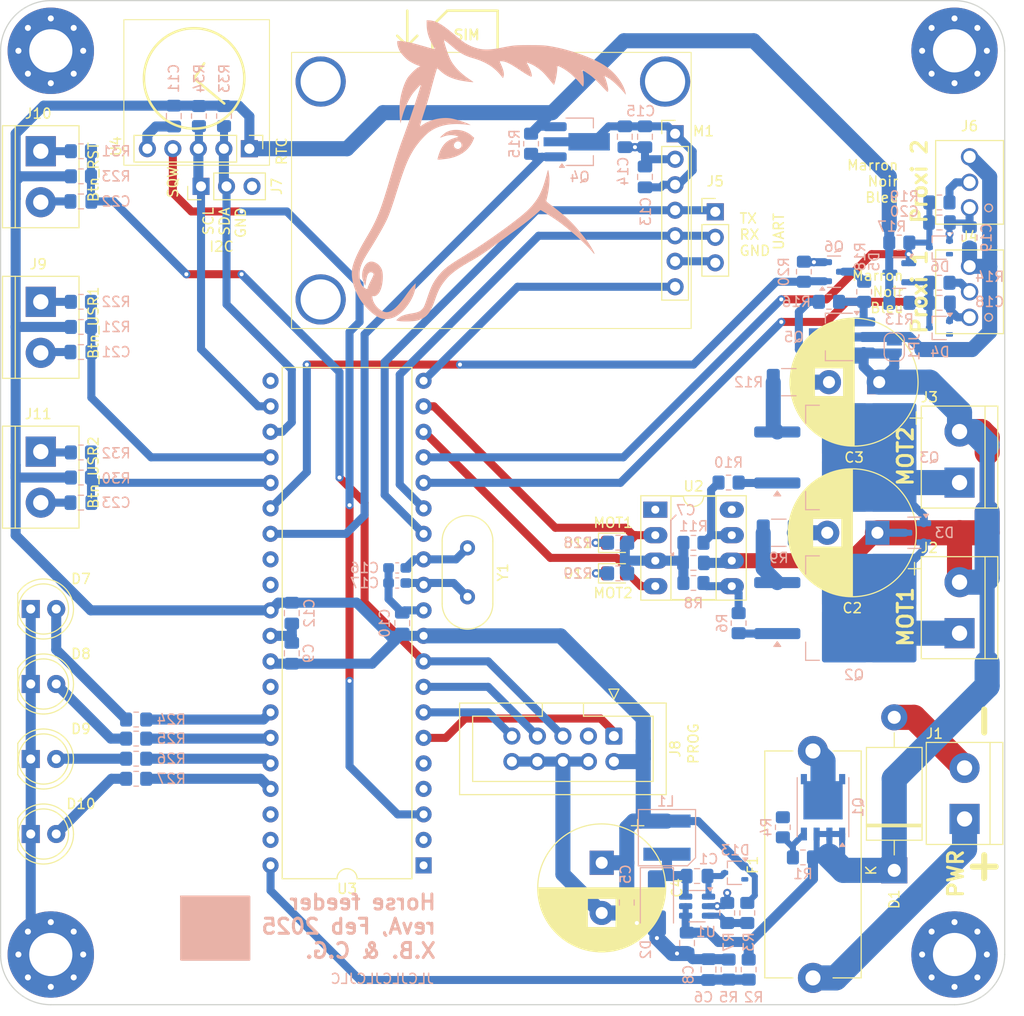
<source format=kicad_pcb>
(kicad_pcb (version 20240108) (generator "pcbnew") (generator_version "8.0")
  (layers (0 "F.Cu" signal) (31 "B.Cu" signal) (34 "B.Paste" user) (35 "F.Paste" user) (36 "B.SilkS" user "B.Silkscreen") (37 "F.SilkS" user "F.Silkscreen") (38 "B.Mask" user) (39 "F.Mask" user) (44 "Edge.Cuts" user))
  (net 0 "")
  (net 1 "+12V")
  (net 2 "GND")
  (net 3 "+5V")
  (net 4 "/Batt_mon")
  (net 5 "+5VP")
  (net 6 "/XTAL1")
  (net 7 "/XTAL2")
  (net 8 "/Proxi1")
  (net 9 "+12P")
  (net 10 "/Proxi2")
  (net 11 "/Btn_USR1")
  (net 12 "/RST")
  (net 13 "/Btn_USR2")
  (net 14 "/Mot1_D")
  (net 15 "/Mot2_D")
  (net 18 "Net-(D7-A)")
  (net 19 "Net-(D8-A)")
  (net 20 "Net-(D9-A)")
  (net 21 "Net-(D10-A)")
  (net 22 "Net-(J1-Pin_1)")
  (net 23 "/Vin")
  (net 24 "Net-(J4-Pin_2)")
  (net 25 "/SIM_TX")
  (net 26 "/SIM_RX")
  (net 27 "Net-(J6-Pin_2)")
  (net 28 "/RTC_SCL")
  (net 29 "/RTC_SDA")
  (net 30 "/SCK")
  (net 31 "/MOSI")
  (net 33 "/MISO")
  (net 34 "/SIM_RST")
  (net 35 "Net-(Q1-G)")
  (net 36 "/Mot2_I")
  (net 37 "/Mot2_G")
  (net 38 "/Mot1_I")
  (net 39 "/Mot1_G")
  (net 40 "/SIM_PWR")
  (net 41 "Net-(Q5-G)")
  (net 42 "Net-(Q6-D)")
  (net 43 "/Proxi_PWR")
  (net 44 "Net-(U2-OUT_A)")
  (net 45 "Net-(U2-OUT_B)")
  (net 46 "/LED_R")
  (net 47 "/LED_Y")
  (net 48 "/LED_G")
  (net 49 "/LED_B")
  (net 50 "/Mot1_PWM")
  (net 51 "/Mot2_PWM")
  (net 54 "/RTC_SQW")
  (net 63 "/5V_bst")
  (net 64 "/5V_sw")
  (net 65 "/5V_fb")
  (net 67 "Net-(J9-Pin_1)")
  (net 68 "Net-(J10-Pin_1)")
  (net 69 "Net-(J11-Pin_1)")
  (net 70 "Net-(D11-K)")
  (net 71 "Net-(D12-K)")
  (footprint "Capacitor_THT:CP_Radial_D12.5mm_P5.00mm" (layer "F.Cu") (at 192.323959 93 180)
    (property "Reference" "C2")
    (property "Value" "470u")
  )
  (footprint "Connector_PinHeader_2.54mm:PinHeader_1x03_P2.54mm_Vertical" (layer "F.Cu") (at 124.96 58.5 90)
    (property "Reference" "J7")
    (property "Value" "I2C")
  )
  (footprint "footprints:TerminalBlock_bornier-2_P5.08mm" (layer "F.Cu") (at 109 70 -90)
    (property "Reference" "J9")
    (property "Value" "Btn_USR1")
  )
  (footprint "footprints:SIM800L Blue" (layer "F.Cu") (at 172.175 53.26)
    (property "Reference" "M1")
    (property "Value" "SIM800L")
  )
  (footprint "MountingHole:MountingHole_4.3mm_M4_Pad_Via" (layer "F.Cu") (at 200 45)
    (property "Reference" "H4" (hide yes))
    (property "Value" "M4")
  )
  (footprint "LED_THT:LED_D5.0mm" (layer "F.Cu") (at 108 108.06)
    (property "Reference" "D8")
    (property "Value" "LED_Y")
  )
  (footprint "footprints:TerminalBlock_bornier-2_P5.08mm" (layer "F.Cu") (at 200.5 88 90)
    (property "Reference" "J3")
    (property "Value" "Moteur 1")
  )
  (footprint "footprints:TerminalBlock_bornier-2_P5.08mm" (layer "F.Cu") (at 200.5 103 90)
    (property "Reference" "J2")
    (property "Value" "Moteur 2")
  )
  (footprint "LED_THT:LED_D5.0mm" (layer "F.Cu") (at 108 115.53)
    (property "Reference" "D9")
    (property "Value" "LED_G")
  )
  (footprint "Fuse:Fuseholder_Cylinder-5x20mm_Stelvio-Kontek_PTF78_Horizontal_Open" (layer "F.Cu") (at 185.905 137.33 90)
    (property "Reference" "F1")
    (property "Value" "Fuse")
  )
  (footprint "LED_SMD:LED_0805_2012Metric" (layer "F.Cu") (at 166.230476 97.04)
    (property "Reference" "D12")
    (property "Value" "LED_M2")
  )
  (footprint "Crystal:Crystal_HC49-U_Vertical" (layer "F.Cu") (at 151.5 94.5 -90)
    (property "Reference" "Y1")
    (property "Value" "16MHz")
  )
  (footprint "footprints:282834-3" (layer "F.Cu") (at 201.5 60.6404 90)
    (property "Reference" "J6")
    (property "Value" "Proxi 2")
  )
  (footprint "Capacitor_THT:CP_Radial_D12.5mm_P5.00mm" (layer "F.Cu") (at 192.5 78 180)
    (property "Reference" "C3")
    (property "Value" "470u")
  )
  (footprint "Package_DIP:DIP-8_W7.62mm_Socket_LongPads" (layer "F.Cu") (at 170.2 90.7)
    (property "Reference" "U2")
    (property "Value" "MIC4427")
  )
  (footprint "Diode_THT:D_DO-201AE_P15.24mm_Horizontal" (layer "F.Cu") (at 194 126.62 90)
    (property "Reference" "D1")
    (property "Value" "1.5KExxA")
  )
  (footprint "Connector_IDC:IDC-Header_2x05_P2.54mm_Vertical" (layer "F.Cu") (at 166.08 113.2475 -90)
    (property "Reference" "J8")
    (property "Value" "PROG")
  )
  (footprint "LED_THT:LED_D5.0mm" (layer "F.Cu") (at 108 123)
    (property "Reference" "D10")
    (property "Value" "LED_B")
  )
  (footprint "footprints:TerminalBlock_bornier-2_P5.08mm" (layer "F.Cu") (at 109 84.92 -90)
    (property "Reference" "J11")
    (property "Value" "Btn_USR2")
  )
  (footprint "LED_SMD:LED_0805_2012Metric" (layer "F.Cu") (at 166.230476 94)
    (property "Reference" "D11")
    (property "Value" "LED_M1")
  )
  (footprint "footprints:TerminalBlock_bornier-2_P5.08mm" (layer "F.Cu") (at 109 55 -90)
    (property "Reference" "J10")
    (property "Value" "Btn_RST")
  )
  (footprint "Package_DIP:DIP-40_W15.24mm" (layer "F.Cu") (at 147.125 126.125 180)
    (property "Reference" "U3")
    (property "Value" "ATmega644PA-P")
  )
  (footprint "footprints:282834-3" (layer "F.Cu") (at 201.5 71.54 90)
    (property "Reference" "J4")
    (property "Value" "Proxi 1")
  )
  (footprint "footprints:TerminalBlock_bornier-2_P5.08mm" (layer "F.Cu") (at 201 121.5 90)
    (property "Reference" "J1")
    (property "Value" "PWR")
  )
  (footprint "MountingHole:MountingHole_4.3mm_M4_Pad_Via" (layer "F.Cu") (at 110 45)
    (property "Reference" "H1" (hide yes))
    (property "Value" "M4")
  )
  (footprint "LED_THT:LED_D5.0mm" (layer "F.Cu") (at 108 100.59)
    (property "Reference" "D7")
    (property "Value" "LED_R")
  )
  (footprint "footprints:DS3231_RTC_module" (layer "F.Cu") (at 129.775 54.75 -90)
    (property "Reference" "U4")
    (property "Value" "RTC")
  )
  (footprint "Connector_PinHeader_2.54mm:PinHeader_1x03_P2.54mm_Vertical" (layer "F.Cu") (at 176.175 61.035)
    (property "Reference" "J5")
    (property "Value" "UART")
  )
  (footprint "Capacitor_THT:CP_Radial_D12.5mm_P5.00mm" (layer "F.Cu") (at 164.86302 125.86302 -90)
    (property "Reference" "C4")
    (property "Value" "470u")
  )
  (footprint "MountingHole:MountingHole_4.3mm_M4_Pad_Via" (layer "F.Cu") (at 200 135)
    (property "Reference" "H3" (hide yes))
    (property "Value" "M4")
  )
  (footprint "MountingHole:MountingHole_4.3mm_M4_Pad_Via" (layer "F.Cu") (at 110 135)
    (property "Reference" "H2" (hide yes))
    (property "Value" "M4")
  )
  (footprint "Package_TO_SOT_SMD:SOT-323_SC-70" (layer "B.Cu") (at 198.5 72.6004 180)
    (property "Reference" "D4")
    (property "Value" "BAT54W")
  )
  (footprint "Jumper:SolderJumper-2_P1.3mm_Open_RoundedPad1.0x1.5mm" (layer "B.Cu") (at 194 74.5 90)
    (property "Reference" "JP1")
    (property "Value" "Proxi_PWR")
  )
  (footprint "Resistor_SMD:R_0805_2012Metric_Pad1.20x1.40mm_HandSolder" (layer "B.Cu") (at 113 57.5)
    (property "Reference" "R23")
    (property "Value" "39k")
  )
  (footprint "Capacitor_SMD:C_0805_2012Metric_Pad1.18x1.45mm_HandSolder" (layer "B.Cu") (at 145 102 90)
    (property "Reference" "C10")
    (property "Value" "100n")
  )
  (footprint "Resistor_SMD:R_0805_2012Metric_Pad1.20x1.40mm_HandSolder" (layer "B.Cu") (at 166.5 93.99)
    (property "Reference" "R28")
    (property "Value" "470")
  )
  (footprint "Package_TO_SOT_SMD:TO-263-2" (layer "B.Cu") (at 190 100.5)
    (property "Reference" "Q2")
    (property "Value" "BUK766R060E")
  )
  (footprint "Capacitor_SMD:C_0805_2012Metric_Pad1.18x1.45mm_HandSolder" (layer "B.Cu") (at 198.5 70.1004)
    (property "Reference" "C18")
    (property "Value" "100n")
  )
  (footprint "Resistor_SMD:R_0805_2012Metric_Pad1.20x1.40mm_HandSolder" (layer "B.Cu") (at 194.5 64.1004)
    (property "Reference" "R17")
    (property "Value" "39k")
  )
  (footprint "Capacitor_SMD:C_0805_2012Metric_Pad1.18x1.45mm_HandSolder" (layer "B.Cu") (at 169.175 53.56 -90)
    (property "Reference" "C15")
    (property "Value" "10u")
  )
  (footprint "Package_TO_SOT_SMD:SOT-23" (layer "B.Cu") (at 188 67)
    (property "Reference" "Q6")
    (property "Value" "2N7002")
  )
  (footprint "Resistor_SMD:R_0805_2012Metric_Pad1.20x1.40mm_HandSolder" (layer "B.Cu") (at 194.5 70.1004)
    (property "Reference" "R13")
    (property "Value" "39k")
  )
  (footprint "Capacitor_SMD:C_0805_2012Metric_Pad1.18x1.45mm_HandSolder" (layer "B.Cu") (at 201.5 63.6004 90)
    (property "Reference" "C19")
    (property "Value" "100n")
  )
  (footprint "Resistor_SMD:R_0805_2012Metric_Pad1.20x1.40mm_HandSolder" (layer "B.Cu") (at 118.5 111.6 180)
    (property "Reference" "R24")
    (property "Value" "470")
  )
  (footprint "Package_TO_SOT_SMD:SOT-89-3_Handsoldering" (layer "B.Cu") (at 188.5 73.5 180)
    (property "Reference" "Q5")
    (property "Value" "VP3203")
  )
  (footprint "Resistor_SMD:R_0805_2012Metric_Pad1.20x1.40mm_HandSolder" (layer "B.Cu") (at 157.829762 54.255 -90)
    (property "Reference" "R15")
    (property "Value" "39k")
  )
  (footprint "Capacitor_SMD:C_0805_2012Metric_Pad1.18x1.45mm_HandSolder" (layer "B.Cu") (at 134 101 -90)
    (property "Reference" "C12")
    (property "Value" "100n")
  )
  (footprint "Resistor_SMD:R_0805_2012Metric_Pad1.20x1.40mm_HandSolder" (layer "B.Cu") (at 178.5 102 -90)
    (property "Reference" "R6")
    (property "Value" "22")
  )
  (footprint "Package_TO_SOT_SMD:SOT-23" (layer "B.Cu") (at 194.5 67.1004 180)
    (property "Reference" "D5")
    (property "Value" "BAT54C")
  )
  (footprint "Package_TO_SOT_SMD:TO-263-2" (layer "B.Cu") (at 190 85.5)
    (property "Reference" "Q3")
    (property "Value" "BUK766R060E")
  )
  (footprint "Capacitor_SMD:C_0805_2012Metric_Pad1.18x1.45mm_HandSolder" (layer "B.Cu") (at 169.175 57.56 90)
    (property "Reference" "C13")
    (property "Value" "100n")
  )
  (footprint "Resistor_SMD:R_0805_2012Metric_Pad1.20x1.40mm_HandSolder" (layer "B.Cu") (at 177.36302 130.86302 -90)
    (property "Reference" "R7")
    (property "Value" "7k5")
  )
  (footprint "Resistor_SMD:R_0805_2012Metric_Pad1.20x1.40mm_HandSolder" (layer "B.Cu") (at 184.905 125.33)
    (property "Reference" "R1")
    (property "Value" "39k")
  )
  (footprint "Capacitor_SMD:C_0805_2012Metric_Pad1.18x1.45mm_HandSolder" (layer "B.Cu") (at 198.5 62.1004)
    (property "Reference" "C20")
    (property "Value" "100n")
  )
  (footprint "Resistor_SMD:R_0805_2012Metric_Pad1.20x1.40mm_HandSolder" (layer "B.Cu") (at 113 87.5)
    (property "Reference" "R30")
    (property "Value" "39k")
  )
  (footprint "Package_TO_SOT_SMD:SOT-323_SC-70" (layer "B.Cu") (at 198.5 64.6004 180)
    (property "Reference" "D6")
    (property "Value" "BAT54W")
  )
  (footprint "Resistor_SMD:R_0805_2012Metric_Pad1.20x1.40mm_HandSolder" (layer "B.Cu") (at 127.25 51.5 -90)
    (property "Reference" "R33")
    (property "Value" "1k96")
  )
  (footprint "Package_TO_SOT_SMD:SOT-23" (layer "B.Cu") (at 196 93 180)
    (property "Reference" "D3")
    (property "Value" "BAT54C")
  )
  (footprint "Capacitor_SMD:C_0805_2012Metric_Pad1.18x1.45mm_HandSolder" (layer "B.Cu") (at 113 90 180)
    (property "Reference" "C23")
    (property "Value" "100n")
  )
  (footprint "Diode_SMD:D_SMA" (layer "B.Cu") (at 170.36302 129.86302 -90)
    (property "Reference" "D2")
    (property "Value" "SS14")
  )
  (footprint "Capacitor_SMD:C_0805_2012Metric_Pad1.18x1.45mm_HandSolder" (layer "B.Cu") (at 174 96 180)
    (property "Reference" "C7")
    (property "Value" "100n")
  )
  (footprint "Resistor_SMD:R_0805_2012Metric_Pad1.20x1.40mm_HandSolder" (layer "B.Cu") (at 198.5 60.1004 180)
    (property "Reference" "R19")
    (property "Value" "470")
  )
  (footprint "Capacitor_SMD:C_0805_2012Metric_Pad1.18x1.45mm_HandSolder" (layer "B.Cu") (at 175.5 136.5 90)
    (property "Reference" "C6")
    (property "Value" "100n")
  )
  (footprint "Package_TO_SOT_SMD:SOT-89-3_Handsoldering" (layer "B.Cu") (at 162.675 54.06)
    (property "Reference" "Q4")
    (property "Value" "VP3203")
  )
  (footprint "Resistor_SMD:R_0805_2012Metric_Pad1.20x1.40mm_HandSolder" (layer "B.Cu") (at 124.75 51.5 -90)
    (property "Reference" "R34")
    (property "Value" "1k96")
  )
  (footprint "Package_SO:PowerPAK_SO-8_Single" (layer "B.Cu") (at 186.905 120.33 90)
    (property "Reference" "Q1")
    (property "Value" "Si7155DP")
  )
  (footprint "Resistor_SMD:R_0805_2012Metric_Pad1.20x1.40mm_HandSolder" (layer "B.Cu") (at 191 69 -90)
    (property "Reference" "R18")
    (property "Value" "39k")
  )
  (footprint "Capacitor_SMD:C_0603_1608Metric_Pad1.08x0.95mm_HandSolder" (layer "B.Cu") (at 144.5 98 180)
    (property "Reference" "C17")
    (property "Value" "22p")
  )
  (footprint "Resistor_SMD:R_0805_2012Metric_Pad1.20x1.40mm_HandSolder" (layer "B.Cu") (at 187.5 70)
    (property "Reference" "R16")
    (property "Value" "39k")
  )
  (footprint "Resistor_SMD:R_0805_2012Metric_Pad1.20x1.40mm_HandSolder" (layer "B.Cu") (at 182.905 122.33 -90)
    (property "Reference" "R4")
    (property "Value" "39k")
  )
  (footprint "Resistor_SMD:R_0805_2012Metric_Pad1.20x1.40mm_HandSolder" (layer "B.Cu") (at 118.5 113.5 180)
    (property "Reference" "R25")
    (property "Value" "470")
  )
  (footprint "Package_TO_SOT_SMD:SOT-323_SC-70" (layer "B.Cu") (at 178.11302 126.86302 180)
    (property "Reference" "D13")
    (property "Value" "BAT54W")
  )
  (footprint "Resistor_SMD:R_0805_2012Metric_Pad1.20x1.40mm_HandSolder" (layer "B.Cu") (at 185 67 90)
    (property "Reference" "R20")
    (property "Value" "39k")
  )
  (footprint "Resistor_SMD:R_0805_2012Metric_Pad1.20x1.40mm_HandSolder" (layer "B.Cu") (at 198.5 68.1004 180)
    (property "Reference" "R14")
    (property "Value" "470")
  )
  (footprint "Capacitor_SMD:C_0805_2012Metric_Pad1.18x1.45mm_HandSolder" (layer "B.Cu") (at 167.36302 129.82552 -90)
    (property "Reference" "C5")
    (property "Value" "100n")
  )
  (footprint "Capacitor_SMD:C_0805_2012Metric_Pad1.18x1.45mm_HandSolder" (layer "B.Cu") (at 167.165 53.56 -90)
    (property "Reference" "C14")
    (property "Value" "10u")
  )
  (footprint "footprints:LPC4545" (layer "B.Cu") (at 171.36302 123.36302 180)
    (property "Reference" "L1")
    (property "Value" "100u")
  )
  (footprint "Capacitor_SMD:C_0805_2012Metric_Pad1.18x1.45mm_HandSolder" (layer "B.Cu") (at 113 60 180)
    (property "Reference" "C22")
    (property "Value" "100n")
  )
  (footprint "Capacitor_SMD:C_0805_2012Metric_Pad1.18x1.45mm_HandSolder" (layer "B.Cu") (at 122.25 51.5 -90)
    (property "Reference" "C11")
    (property "Value" "100n")
  )
  (footprint "Package_TO_SOT_SMD:SOT-23-6" (layer "B.Cu") (at 174.36302 130.186979 180)
    (property "Reference" "U1")
    (property "Value" "MCP16301x-xCH")
  )
  (footprint "Resistor_SMD:R_0805_2012Metric_Pad1.20x1.40mm_HandSolder" (layer "B.Cu") (at 177.5 88)
    (property "Reference" "R10")
    (property "Value" "22")
  )
  (footprint "Resistor_SMD:R_0805_2012Metric_Pad1.20x1.40mm_HandSolder" (layer "B.Cu") (at 177.5 136.5 -90)
    (property "Reference" "R5")
    (property "Value" "10k")
  )
  (footprint "Resistor_SMD:R_1210_3225Metric_Pad1.30x2.65mm_HandSolder" (layer "B.Cu") (at 182.5 93)
    (property "Reference" "R9")
    (property "Value" "0R2")
  )
  (footprint "Capacitor_SMD:C_0805_2012Metric_Pad1.18x1.45mm_HandSolder" (layer "B.Cu") (at 173.36302 133.86302 -90)
    (property "Reference" "C8")
    (property "Value" "100n")
  )
  (footprint "Capacitor_SMD:C_0805_2012Metric_Pad1.18x1.45mm_HandSolder" (layer "B.Cu") (at 174.36302 127.186979 180)
    (property "Reference" "C1")
    (property "Value" "100n")
  )
  (footprint "Resistor_SMD:R_0805_2012Metric_Pad1.20x1.40mm_HandSolder" (layer "B.Cu") (at 113 85)
    (property "Reference" "R32")
    (property "Value" "470")
  )
  (footprint "Resistor_SMD:R_1210_3225Metric_Pad1.30x2.65mm_HandSolder" (layer "B.Cu") (at 183.5 78)
    (property "Reference" "R12")
    (property "Value" "0R2")
  )
  (footprint "Resistor_SMD:R_0805_2012Metric_Pad1.20x1.40mm_HandSolder" (layer "B.Cu") (at 174 98 180)
    (property "Reference" "R8")
    (property "Value" "39k")
  )
  (footprint "Resistor_SMD:R_0805_2012Metric_Pad1.20x1.40mm_HandSolder" (layer "B.Cu") (at 113 72.5)
    (property "Reference" "R21")
    (property "Value" "39k")
  )
  (footprint "Capacitor_SMD:C_0805_2012Metric_Pad1.18x1.45mm_HandSolder" (layer "B.Cu") (at 134 105 90)
    (property "Reference" "C9")
    (property "Value" "100n")
  )
  (footprint "Capacitor_SMD:C_0805_2012Metric_Pad1.18x1.45mm_HandSolder" (layer "B.Cu") (at 113 75 180)
    (property "Reference" "C21")
    (property "Value" "100n")
  )
  (footprint "Resistor_SMD:R_0805_2012Metric_Pad1.20x1.40mm_HandSolder" (layer "B.Cu") (at 174 94 180)
    (property "Reference" "R11")
    (property "Value" "39k")
  )
  (footprint "Resistor_SMD:R_0805_2012Metric_Pad1.20x1.40mm_HandSolder" (layer "B.Cu") (at 166.5 97.04)
    (property "Reference" "R29")
    (property "Value" "470")
  )
  (footprint "Resistor_SMD:R_0805_2012Metric_Pad1.20x1.40mm_HandSolder" (layer "B.Cu") (at 118.5 117.5 180)
    (property "Reference" "R27")
    (property "Value" "470")
  )
  (footprint "Resistor_SMD:R_0805_2012Metric_Pad1.20x1.40mm_HandSolder" (layer "B.Cu") (at 118.5 115.5 180)
    (property "Reference" "R26")
    (property "Value" "470")
  )
  (footprint "Resistor_SMD:R_0805_2012Metric_Pad1.20x1.40mm_HandSolder" (layer "B.Cu") (at 179.36302 130.86302 90)
    (property "Reference" "R3")
    (property "Value" "39k")
  )
  (footprint "Resistor_SMD:R_0805_2012Metric_Pad1.20x1.40mm_HandSolder" (layer "B.Cu") (at 179.5 136.5 90)
    (property "Reference" "R2")
    (property "Value" "39k")
  )
  (footprint "Resistor_SMD:R_0805_2012Metric_Pad1.20x1.40mm_HandSolder" (layer "B.Cu") (at 113 70)
    (property "Reference" "R22")
    (property "Value" "470")
  )
  (footprint "Resistor_SMD:R_0805_2012Metric_Pad1.20x1.40mm_HandSolder" (layer "B.Cu") (at 113 55)
    (property "Reference" "R31")
    (property "Value" "470")
  )
  (footprint "Capacitor_SMD:C_0603_1608Metric_Pad1.08x0.95mm_HandSolder" (layer "B.Cu") (at 144.5 96.5 180)
    (property "Reference" "C16")
    (property "Value" "22p")
  )
  (gr_poly (pts (xy 147.663488 41.965966) (xy 147.794666 41.976649) (xy 147.923947 41.994682) (xy 148.052493 42.020717) (xy 148.181462 42.055406) (xy 148.312016 42.099401) (xy 148.445315 42.153355) (xy 148.582517 42.217921) (xy 148.724784 42.29375) (xy 148.873276 42.381495) (xy 149.029153 42.481809) (xy 149.193574 42.595343) (xy 149.3677 42.722751) (xy 149.552691 42.864684) (xy 149.749706 43.021795) (xy 149.959908 43.194736) (xy 150.184454 43.38416) (xy 150.518035 43.664132) (xy 150.808473 43.896847) (xy 150.94092 43.99762) (xy 151.066669 44.089144) (xy 151.187084 44.172275) (xy 151.303527 44.247867) (xy 151.41736 44.316776) (xy 151.529948 44.379856) (xy 151.642652 44.437963) (xy 151.756835 44.491953) (xy 151.87386 44.542679) (xy 151.995091 44.590998) (xy 152.12189 44.637765) (xy 152.255619 44.683835) (xy 152.394932 44.727631) (xy 152.533727 44.7655) (xy 152.672993 44.797437) (xy 152.81372 44.823436) (xy 152.956897 44.843494) (xy 153.103513 44.857605) (xy 153.254558 44.865764) (xy 153.411021 44.867966) (xy 153.573892 44.864207) (xy 153.74416 44.854482) (xy 153.922815 44.838785) (xy 154.110845 44.817113) (xy 154.309241 44.789459) (xy 154.518992 44.755819) (xy 154.741088 44.716189) (xy 154.976516 44.670563) (xy 155.355114 44.596076) (xy 155.671697 44.538847) (xy 155.951904 44.496642) (xy 156.086377 44.480475) (xy 156.221371 44.467225) (xy 156.36009 44.456614) (xy 156.505738 44.448362) (xy 156.830643 44.437816) (xy 157.221723 44.433352) (xy 157.704616 44.432736) (xy 158.430358 44.436714) (xy 158.698223 44.441946) (xy 158.921502 44.45027) (xy 159.114261 44.462384) (xy 159.290561 44.478984) (xy 159.464467 44.500768) (xy 159.650043 44.528435) (xy 160.01688 44.591599) (xy 160.392339 44.66669) (xy 160.774002 44.752854) (xy 161.159452 44.849235) (xy 161.932043 45.069228) (xy 162.690771 45.319831) (xy 163.416298 45.594203) (xy 163.760567 45.738164) (xy 164.089284 45.885503) (xy 164.40003 46.035363) (xy 164.690389 46.186891) (xy 164.957943 46.339231) (xy 165.200275 46.491528) (xy 165.391941 46.625282) (xy 165.578157 46.768118) (xy 165.758276 46.919174) (xy 165.931655 47.077586) (xy 166.09765 47.242492) (xy 166.255615 47.413029) (xy 166.404905 47.588333) (xy 166.544877 47.767541) (xy 166.674886 47.949791) (xy 166.794286 48.134219) (xy 166.902434 48.319963) (xy 166.998685 48.506159) (xy 167.082394 48.691945) (xy 167.152916 48.876457) (xy 167.209608 49.058833) (xy 167.251823 49.238209) (xy 167.281093 49.387761) (xy 167.119865 49.195489) (xy 166.990367 49.04614) (xy 166.842243 48.883924) (xy 166.68177 48.715108) (xy 166.515228 48.545959) (xy 166.348893 48.382746) (xy 166.189043 48.231737) (xy 166.041956 48.099198) (xy 165.91391 47.991398) (xy 165.855381 47.945485) (xy 165.795036 47.90003) (xy 165.671714 47.812152) (xy 165.549567 47.731076) (xy 165.434219 47.660113) (xy 165.331296 47.602575) (xy 165.286251 47.579874) (xy 165.24642 47.561771) (xy 165.212509 47.54868) (xy 165.185218 47.541014) (xy 165.165252 47.539187) (xy 165.158235 47.540593) (xy 165.153312 47.543614) (xy 165.152361 47.54482) (xy 165.151594 47.546342) (xy 165.151007 47.548171) (xy 165.150598 47.550298) (xy 165.150364 47.552713) (xy 165.150302 47.555406) (xy 165.150683 47.56159) (xy 165.151715 47.568773) (xy 165.153376 47.576881) (xy 165.155642 47.585836) (xy 165.158489 47.595563) (xy 165.161894 47.605985) (xy 165.165832 47.617027) (xy 165.17028 47.628612) (xy 165.175215 47.640665) (xy 165.180612 47.653109) (xy 165.186448 47.665868) (xy 165.192698 47.678867) (xy 165.199341 47.692029) (xy 165.217121 47.729594) (xy 165.236576 47.776391) (xy 165.2792 47.893068) (xy 165.324589 48.032829) (xy 165.370119 48.186444) (xy 165.413169 48.344681) (xy 165.451115 48.49831) (xy 165.481333 48.638101) (xy 165.492725 48.699922) (xy 165.501201 48.754822) (xy 165.504342 48.779849) (xy 165.50692 48.804395) (xy 165.508938 48.828381) (xy 165.510401 48.851731) (xy 165.511311 48.874366) (xy 165.511674 48.896208) (xy 165.511493 48.917181) (xy 165.510771 48.937204) (xy 165.509513 48.956202) (xy 165.507722 48.974096) (xy 165.505403 48.990808) (xy 165.502559 49.006261) (xy 165.499194 49.020376) (xy 165.495312 49.033075) (xy 165.490916 49.044282) (xy 165.486011 49.053917) (xy 165.482228 49.060006) (xy 165.478323 49.065415) (xy 165.474245 49.070106) (xy 165.472125 49.072169) (xy 165.469942 49.074036) (xy 165.467689 49.075703) (xy 165.46536 49.077165) (xy 165.462948 49.078415) (xy 165.460447 49.07945) (xy 165.45785 49.080264) (xy 165.45515 49.080852) (xy 165.452342 49.081209) (xy 165.449418 49.081329) (xy 165.446371 49.081208) (xy 165.443196 49.080839) (xy 165.439886 49.080219) (xy 165.436434 49.079342) (xy 165.432834 49.078203) (xy 165.429078 49.076797) (xy 165.425161 49.075118) (xy 165.421076 49.073162) (xy 165.412375 49.068395) (xy 165.402923 49.062457) (xy 165.392667 49.055305) (xy 165.381554 49.046899) (xy 165.369533 49.037198) (xy 165.35655 49.02616) (xy 165.342553 49.013743) (xy 165.32749 48.999908) (xy 165.311307 48.984613) (xy 165.293953 48.967816) (xy 165.275375 48.949476) (xy 165.255519 48.929553) (xy 165.211769 48.884791) (xy 165.162281 48.8332) (xy 165.106635 48.774451) (xy 165.04441 48.708214) (xy 164.758665 48.405248) (xy 164.516789 48.154146) (xy 164.309482 47.946363) (xy 164.127442 47.773355) (xy 163.961367 47.626576) (xy 163.881409 47.560352) (xy 163.801954 47.497481) (xy 163.639903 47.377525) (xy 163.465912 47.258164) (xy 163.273463 47.13109) (xy 163.112749 47.027029) (xy 163.000575 46.956717) (xy 162.967942 46.937573) (xy 162.953747 46.930893) (xy 162.952784 46.931271) (xy 162.952029 46.93239) (xy 162.951477 46.934232) (xy 162.951125 46.93678) (xy 162.951007 46.943917) (xy 162.951646 46.953651) (xy 162.953015 46.965837) (xy 162.955087 46.980325) (xy 162.957832 46.996967) (xy 162.961224 47.015616) (xy 162.969835 47.058344) (xy 162.980696 47.107325) (xy 162.993584 47.161377) (xy 163.008278 47.219315) (xy 163.026974 47.301653) (xy 163.0431 47.394014) (xy 163.056664 47.494283) (xy 163.067674 47.600344) (xy 163.08206 47.821376) (xy 163.086322 48.040181) (xy 163.084675 48.143459) (xy 163.080521 48.239832) (xy 163.073868 48.327183) (xy 163.064722 48.403398) (xy 163.053092 48.46636) (xy 163.038986 48.513953) (xy 163.031007 48.531324) (xy 163.022411 48.54406) (xy 163.013201 48.551895) (xy 163.003376 48.554566) (xy 163.001419 48.554161) (xy 162.99882 48.552959) (xy 162.991769 48.548243) (xy 162.982371 48.540578) (xy 162.970775 48.530123) (xy 162.957129 48.517035) (xy 162.941581 48.501474) (xy 162.92428 48.483599) (xy 162.905374 48.463569) (xy 162.863342 48.417677) (xy 162.81667 48.36507) (xy 162.766548 48.307017) (xy 162.714161 48.24479) (xy 162.565137 48.070996) (xy 162.410617 47.901236) (xy 162.251884 47.736727) (xy 162.090221 47.578688) (xy 161.926911 47.428336) (xy 161.763236 47.286888) (xy 161.681663 47.219884) (xy 161.60048 47.155562) (xy 161.519848 47.094076) (xy 161.439926 47.035576) (xy 161.280996 46.925616) (xy 161.12258 46.823136) (xy 160.970022 46.730985) (xy 160.828665 46.652012) (xy 160.703855 46.589067) (xy 160.649324 46.564496) (xy 160.600935 46.545) (xy 160.559354 46.530936) (xy 160.525249 46.522659) (xy 160.49929 46.520527) (xy 160.489573 46.521876) (xy 160.482143 46.524895) (xy 160.47995 46.52654) (xy 160.477783 46.528738) (xy 160.475646 46.531474) (xy 160.473542 46.534732) (xy 160.471472 46.538497) (xy 160.46944 46.542751) (xy 160.465502 46.552666) (xy 160.461749 46.564351) (xy 160.458204 46.577677) (xy 160.454888 46.592518) (xy 160.451824 46.608746) (xy 160.449035 46.626232) (xy 160.446542 46.644851) (xy 160.444369 46.664474) (xy 160.442536 46.684974) (xy 160.441067 46.706224) (xy 160.439984 46.728095) (xy 160.439309 46.750461) (xy 160.439064 46.773194) (xy 160.436223 46.866517) (xy 160.428208 46.973474) (xy 160.398965 47.217437) (xy 160.355956 47.483388) (xy 160.3038 47.749633) (xy 160.247118 47.994478) (xy 160.190532 48.196227) (xy 160.163718 48.274161) (xy 160.138661 48.333186) (xy 160.115938 48.370589) (xy 160.105632 48.380336) (xy 160.096126 48.38366) (xy 160.09405 48.383115) (xy 160.091139 48.381499) (xy 160.082905 48.375157) (xy 160.071612 48.364849) (xy 160.057447 48.350788) (xy 160.040596 48.333187) (xy 160.021248 48.31226) (xy 159.975806 48.261284) (xy 159.922618 48.199567) (xy 159.863182 48.128818) (xy 159.798994 48.050747) (xy 159.731552 47.967061) (xy 159.520073 47.70647) (xy 159.330461 47.483479) (xy 159.24166 47.383985) (xy 159.155691 47.291373) (xy 159.071677 47.204803) (xy 158.988738 47.123436) (xy 158.905997 47.046432) (xy 158.822575 46.972951) (xy 158.737595 46.902156) (xy 158.650177 46.833205) (xy 158.559445 46.76526) (xy 158.464519 46.697481) (xy 158.364522 46.629029) (xy 158.258575 46.559064) (xy 158.21 46.52891) (xy 158.153983 46.49657) (xy 158.02546 46.427937) (xy 157.884681 46.35837) (xy 157.74332 46.293074) (xy 157.613051 46.237255) (xy 157.505548 46.196117) (xy 157.463982 46.18268) (xy 157.432485 46.174866) (xy 157.412517 46.173325) (xy 157.407312 46.17511) (xy 157.405536 46.178708) (xy 157.40652 46.182226) (xy 157.409406 46.189279) (xy 157.420494 46.213226) (xy 157.438023 46.24902) (xy 157.461213 46.295133) (xy 157.521464 46.412204) (xy 157.595016 46.552212) (xy 157.639232 46.638974) (xy 157.680842 46.727232) (xy 157.719599 46.816008) (xy 157.755256 46.904323) (xy 157.787567 46.991199) (xy 157.816287 47.075655) (xy 157.841167 47.156714) (xy 157.861963 47.233396) (xy 157.878427 47.304722) (xy 157.890314 47.369715) (xy 157.897376 47.427394) (xy 157.899368 47.476781) (xy 157.896042 47.516897) (xy 157.892309 47.533173) (xy 157.887153 47.546764) (xy 157.880546 47.557547) (xy 157.872455 47.565401) (xy 157.86285 47.570203) (xy 157.8517 47.571831) (xy 157.839881 47.571194) (xy 157.82653 47.569277) (xy 157.795192 47.561583) (xy 157.757601 47.548701) (xy 157.713674 47.530582) (xy 157.663326 47.507177) (xy 157.606472 47.478439) (xy 157.54303 47.444319) (xy 157.472914 47.404768) (xy 157.396041 47.359738) (xy 157.312326 47.309181) (xy 157.221685 47.253049) (xy 157.124034 47.191292) (xy 156.907366 47.050712) (xy 156.661648 46.887055) (xy 156.362159 46.689519) (xy 156.093326 46.521044) (xy 155.852456 46.380288) (xy 155.741666 46.319885) (xy 155.636856 46.265907) (xy 155.537691 46.218188) (xy 155.443834 46.17656) (xy 155.354949 46.140854) (xy 155.270697 46.110903) (xy 155.190744 46.086538) (xy 155.114752 46.067593) (xy 155.042385 46.053899) (xy 154.973306 46.045289) (xy 154.92115 46.041218) (xy 154.872492 46.038709) (xy 154.828398 46.037728) (xy 154.789932 46.038238) (xy 154.758161 46.040204) (xy 154.745119 46.041723) (xy 154.734149 46.043592) (xy 154.725385 46.045808) (xy 154.71896 46.048365) (xy 154.715008 46.051261) (xy 154.714 46.052834) (xy 154.713661 46.05449) (xy 154.714427 46.059505) (xy 154.716674 46.067707) (xy 154.725308 46.092933) (xy 154.738958 46.128695) (xy 154.757018 46.173518) (xy 154.77888 46.225926) (xy 154.80394 46.284446) (xy 154.831591 46.347603) (xy 154.861227 46.413922) (xy 154.930061 46.573742) (xy 154.960677 46.650701) (xy 154.988729 46.725565) (xy 155.01419 46.798239) (xy 155.037039 46.86863) (xy 155.05725 46.936642) (xy 155.074801 47.00218) (xy 155.089665 47.065149) (xy 155.101821 47.125454) (xy 155.111244 47.183001) (xy 155.11791 47.237695) (xy 155.121795 47.28944) (xy 155.122875 47.338142) (xy 155.121127 47.383706) (xy 155.116525 47.426037) (xy 155.111386 47.457694) (xy 155.105546 47.488451) (xy 155.099099 47.518084) (xy 155.09214 47.546369) (xy 155.084762 47.573082) (xy 155.077058 47.597997) (xy 155.069121 47.62089) (xy 155.061047 47.641538) (xy 155.052927 47.659714) (xy 155.044856 47.675196) (xy 155.036927 47.687758) (xy 155.029234 47.697176) (xy 155.02187 47.703225) (xy 155.018341 47.704917) (xy 155.014929 47.705682) (xy 155.011647 47.705493) (xy 155.008505 47.704321) (xy 155.005516 47.702139) (xy 155.002691 47.698918) (xy 154.861988 47.513993) (xy 154.717193 47.338749) (xy 154.567789 47.172847) (xy 154.413259 47.015948) (xy 154.253089 46.867716) (xy 154.086763 46.72781) (xy 153.913763 46.595895) (xy 153.733575 46.471631) (xy 153.545682 46.35468) (xy 153.349568 46.244703) (xy 153.144717 46.141364) (xy 152.930613 46.044323) (xy 152.706741 45.953243) (xy 152.472584 45.867785) (xy 152.227626 45.787611) (xy 151.971351 45.712384) (xy 151.833137 45.671884) (xy 151.698312 45.628086) (xy 151.566414 45.580722) (xy 151.436977 45.529523) (xy 151.309536 45.47422) (xy 151.183628 45.414545) (xy 151.058787 45.350228) (xy 150.934548 45.281002) (xy 150.810448 45.206597) (xy 150.686022 45.126745) (xy 150.560805 45.041178) (xy 150.434332 44.949625) (xy 150.306139 44.85182) (xy 150.175761 44.747492) (xy 150.042734 44.636374) (xy 149.906593 44.518197) (xy 149.774382 44.403307) (xy 149.645769 44.29513) (xy 149.524707 44.196685) (xy 149.415153 44.110997) (xy 149.321063 44.041086) (xy 149.246391 43.989975) (xy 149.217573 43.972414) (xy 149.195093 43.960687) (xy 149.179446 43.95517) (xy 149.174339 43.954859) (xy 149.171125 43.956242) (xy 149.166898 43.965631) (xy 149.16548 43.982182) (xy 149.170562 44.035191) (xy 149.18534 44.112118) (xy 149.208787 44.209814) (xy 149.277565 44.454907) (xy 149.368661 44.745266) (xy 149.473841 45.055684) (xy 149.584869 45.360959) (xy 149.693511 45.635884) (xy 149.744364 45.75409) (xy 149.791532 45.855256) (xy 149.856676 45.980001) (xy 149.930009 46.105812) (xy 150.011225 46.232367) (xy 150.100019 46.359345) (xy 150.196084 46.486426) (xy 150.299114 46.613289) (xy 150.408803 46.739612) (xy 150.524846 46.865075) (xy 150.646937 46.989358) (xy 150.774769 47.112139) (xy 150.908037 47.233097) (xy 151.046434 47.351912) (xy 151.189656 47.468262) (xy 151.337395 47.581828) (xy 151.489346 47.692288) (xy 151.645202 47.799321) (xy 151.821309 47.918882) (xy 151.897419 47.972089) (xy 151.963155 48.019162) (xy 152.016709 48.058785) (xy 152.056272 48.089644) (xy 152.080035 48.110425) (xy 152.085426 48.116625) (xy 152.0864 48.118606) (xy 152.086189 48.119813) (xy 152.080332 48.122621) (xy 152.069461 48.124537) (xy 152.033706 48.12583) (xy 151.980978 48.123962) (xy 151.91333 48.119203) (xy 151.741484 48.102098) (xy 151.534593 48.076679) (xy 151.309081 48.04511) (xy 151.081372 48.009557) (xy 150.867891 47.972183) (xy 150.685062 47.935155) (xy 150.536311 47.900012) (xy 150.391777 47.861885) (xy 150.251418 47.82075) (xy 150.11519 47.776588) (xy 149.983051 47.729378) (xy 149.854958 47.679098) (xy 149.730869 47.625727) (xy 149.610739 47.569245) (xy 149.494528 47.509631) (xy 149.382191 47.446863) (xy 149.273686 47.380921) (xy 149.16897 47.311784) (xy 149.068 47.23943) (xy 148.970734 47.163839) (xy 148.877128 47.08499) (xy 148.78714 47.002862) (xy 148.714835 46.93541) (xy 148.651161 46.878604) (xy 148.622597 46.854219) (xy 148.596233 46.832525) (xy 148.572084 46.813533) (xy 148.550164 46.797254) (xy 148.530487 46.783696) (xy 148.513067 46.772872) (xy 148.497919 46.76479) (xy 148.485056 46.75946) (xy 148.474493 46.756894) (xy 148.470079 46.75665) (xy 148.466244 46.7571) (xy 148.462992 46.758247) (xy 148.460323 46.76009) (xy 148.45824 46.762632) (xy 148.456745 46.765873) (xy 148.33524 47.164584) (xy 148.158743 47.780533) (xy 147.975273 48.443178) (xy 147.832845 48.981972) (xy 147.740901 49.325141) (xy 147.621954 49.738343) (xy 147.491372 50.169577) (xy 147.364525 50.566838) (xy 147.10333 51.369411) (xy 146.914072 51.976138) (xy 146.848532 52.199047) (xy 146.803511 52.36458) (xy 146.779855 52.469932) (xy 146.776302 52.499164) (xy 146.778408 52.512299) (xy 146.779811 52.51323) (xy 146.78174 52.513759) (xy 146.78418 52.513893) (xy 146.787116 52.513641) (xy 146.790533 52.513011) (xy 146.794417 52.512012) (xy 146.803524 52.508937) (xy 146.814318 52.504483) (xy 146.82668 52.498716) (xy 146.840492 52.491702) (xy 146.855635 52.483508) (xy 146.871989 52.4742) (xy 146.889436 52.463843) (xy 146.907857 52.452504) (xy 146.927133 52.44025) (xy 146.947145 52.427146) (xy 146.967775 52.413259) (xy 146.988903 52.398655) (xy 147.01041 52.383401) (xy 147.156353 52.285362) (xy 147.311642 52.193892) (xy 147.475239 52.109223) (xy 147.646105 52.031591) (xy 147.8232 51.961231) (xy 148.005486 51.898377) (xy 148.191922 51.843263) (xy 148.38147 51.796125) (xy 148.573092 51.757196) (xy 148.765747 51.726712) (xy 148.958396 51.704907) (xy 149.150001 51.692017) (xy 149.339522 51.688274) (xy 149.52592 51.693915) (xy 149.708156 51.709173) (xy 149.885191 51.734284) (xy 150.074346 51.773708) (xy 150.301448 51.831607) (xy 150.551783 51.903225) (xy 150.81064 51.983806) (xy 151.063307 52.068596) (xy 151.295072 52.152838) (xy 151.491222 52.231778) (xy 151.571345 52.267773) (xy 151.637047 52.30066) (xy 151.829324 52.404088) (xy 151.655142 52.381459) (xy 151.336346 52.344413) (xy 151.029208 52.317655) (xy 150.733325 52.301255) (xy 150.448293 52.295283) (xy 150.173709 52.299808) (xy 149.909169 52.3149) (xy 149.65427 52.340629) (xy 149.408607 52.377064) (xy 149.171778 52.424277) (xy 148.94338 52.482335) (xy 148.723007 52.55131) (xy 148.510257 52.631271) (xy 148.304727 52.722288) (xy 148.106013 52.82443) (xy 147.91371 52.937768) (xy 147.727417 53.062371) (xy 147.633465 53.132716) (xy 147.53464 53.213536) (xy 147.431742 53.303916) (xy 147.325574 53.402942) (xy 147.216936 53.5097) (xy 147.10663 53.623275) (xy 146.995458 53.742753) (xy 146.88422 53.867219) (xy 146.773718 53.995759) (xy 146.664754 54.127459) (xy 146.558129 54.261404) (xy 146.454645 54.396679) (xy 146.355102 54.532371) (xy 146.260302 54.667565) (xy 146.171047 54.801346) (xy 146.088138 54.932801) (xy 145.989585 55.097874) (xy 145.89408 55.266062) (xy 145.800992 55.438938) (xy 145.709688 55.618074) (xy 145.619537 55.805042) (xy 145.529909 56.001414) (xy 145.44017 56.208763) (xy 145.349691 56.42866) (xy 145.257838 56.662677) (xy 145.163982 56.912387) (xy 144.96773 57.465174) (xy 144.755884 58.099596) (xy 144.52339 58.828232) (xy 144.194997 59.859539) (xy 143.933484 60.640107) (xy 143.820529 60.957275) (xy 143.715559 61.236852) (xy 143.615662 61.487203) (xy 143.517927 61.716691) (xy 143.395996 61.976075) (xy 143.234003 62.292879) (xy 143.037071 62.658105) (xy 142.810322 63.06276) (xy 142.558876 63.497848) (xy 142.287857 63.954375) (xy 142.002387 64.423345) (xy 141.707586 64.895764) (xy 141.434271 65.338733) (xy 141.317719 65.537179) (xy 141.213827 65.722244) (xy 141.122038 65.89541) (xy 141.041796 66.058157) (xy 140.972543 66.211969) (xy 140.913723 66.358327) (xy 140.864777 66.498715) (xy 140.82515 66.634613) (xy 140.794285 66.767504) (xy 140.771624 66.898871) (xy 140.756609 67.030195) (xy 140.748686 67.162958) (xy 140.747295 67.298644) (xy 140.75188 67.438733) (xy 140.759039 67.546701) (xy 140.769105 67.649213) (xy 140.782163 67.746467) (xy 140.798298 67.83866) (xy 140.817596 67.925991) (xy 140.840143 68.008656) (xy 140.866024 68.086853) (xy 140.895325 68.160781) (xy 140.92813 68.230635) (xy 140.964525 68.296615) (xy 141.004596 68.358918) (xy 141.048428 68.417741) (xy 141.096106 68.473282) (xy 141.147717 68.525739) (xy 141.203344 68.575309) (xy 141.263075 68.622189) (xy 141.296126 68.645614) (xy 141.327448 68.665869) (xy 141.356983 68.682956) (xy 141.384677 68.696875) (xy 141.410474 68.707628) (xy 141.422644 68.711817) (xy 141.434319 68.715215) (xy 141.445492 68.717822) (xy 141.456156 68.719637) (xy 141.466305 68.720662) (xy 141.47593 68.720896) (xy 141.485026 68.72034) (xy 141.493586 68.718993) (xy 141.501601 68.716855) (xy 141.509067 68.713927) (xy 141.515975 68.710209) (xy 141.522318 68.705701) (xy 141.528091 68.700403) (xy 141.533285 68.694315) (xy 141.537894 68.687437) (xy 141.541911 68.67977) (xy 141.545329 68.671313) (xy 141.548141 68.662067) (xy 141.55034 68.652032) (xy 141.55192 68.641208) (xy 141.552873 68.629594) (xy 141.553192 68.617192) (xy 141.554744 68.603448) (xy 141.559297 68.584154) (xy 141.566697 68.559664) (xy 141.576793 68.53033) (xy 141.589429 68.496505) (xy 141.604453 68.458541) (xy 141.641052 68.371612) (xy 141.685361 68.272364) (xy 141.736154 68.163621) (xy 141.792205 68.048204) (xy 141.852287 67.928937) (xy 141.912369 67.810301) (xy 141.968421 67.696696) (xy 142.019216 67.590816) (xy 142.063526 67.495358) (xy 142.100125 67.413018) (xy 142.127787 67.346492) (xy 142.145283 67.298475) (xy 142.149836 67.28225) (xy 142.151388 67.271664) (xy 142.150985 67.261323) (xy 142.149791 67.251032) (xy 142.14783 67.240808) (xy 142.145128 67.230671) (xy 142.141707 67.220638) (xy 142.137593 67.210728) (xy 142.132809 67.200958) (xy 142.127379 67.191348) (xy 142.121328 67.181916) (xy 142.11468 67.172679) (xy 142.107459 67.163657) (xy 142.099688 67.154867) (xy 142.091393 67.146327) (xy 142.082598 67.138057) (xy 142.073326 67.130073) (xy 142.063601 67.122395) (xy 142.053449 67.115041) (xy 142.042893 67.108029) (xy 142.031957 67.101377) (xy 142.020666 67.095103) (xy 142.009043 67.089227) (xy 141.997112 67.083766) (xy 141.984899 67.078738) (xy 141.972427 67.074161) (xy 141.95972 67.070055) (xy 141.946802 67.066437) (xy 141.933698 67.063325) (xy 141.920432 67.060738) (xy 141.907028 67.058695) (xy 141.89351 67.057212) (xy 141.879902 67.056309) (xy 141.866228 67.056004) (xy 141.84431 67.056759) (xy 141.822959 67.059033) (xy 141.802168 67.062846) (xy 141.781925 67.068213) (xy 141.762222 67.075153) (xy 141.74305 67.083682) (xy 141.724398 67.093818) (xy 141.706259 67.105578) (xy 141.688622 67.11898) (xy 141.671478 67.134041) (xy 141.654818 67.150777) (xy 141.638632 67.169208) (xy 141.622911 67.189349) (xy 141.607646 67.211218) (xy 141.592828 67.234832) (xy 141.578447 67.26021) (xy 141.564493 67.287367) (xy 141.550958 67.316322) (xy 141.537832 67.347091) (xy 141.525105 67.379692) (xy 141.51277 67.414142) (xy 141.500815 67.45046) (xy 141.489232 67.488661) (xy 141.478011 67.528763) (xy 141.467143 67.570784) (xy 141.456619 67.61474) (xy 141.436565 67.70853) (xy 141.417774 67.810271) (xy 141.400171 67.920102) (xy 141.373851 68.090633) (xy 141.350427 68.232153) (xy 141.33245 68.329926) (xy 141.326302 68.357802) (xy 141.322471 68.369214) (xy 141.317882 68.371216) (xy 141.312195 68.36933) (xy 141.305488 68.363765) (xy 141.297838 68.354727) (xy 141.280017 68.327064) (xy 141.259347 68.288006) (xy 141.236444 68.239213) (xy 141.211925 68.182347) (xy 141.186406 68.119071) (xy 141.160502 68.051046) (xy 141.110006 67.907399) (xy 141.086646 67.8351) (xy 141.065366 67.764701) (xy 141.046781 67.697863) (xy 141.031509 67.636248) (xy 141.020165 67.581518) (xy 141.013365 67.535336) (xy 141.0053 67.415066) (xy 141.005862 67.294189) (xy 141.01465 67.173587) (xy 141.031262 67.054145) (xy 141.055298 66.936748) (xy 141.086356 66.822279) (xy 141.124034 66.711622) (xy 141.167933 66.605662) (xy 141.21765 66.505282) (xy 141.272784 66.411367) (xy 141.332934 66.324801) (xy 141.397699 66.246468) (xy 141.466677 66.177252) (xy 141.539469 66.118037) (xy 141.577168 66.092456) (xy 141.615671 66.069707) (xy 141.654926 66.0499) (xy 141.694883 66.033146) (xy 141.737185 66.01891) (xy 141.780329 66.007714) (xy 141.824213 65.999499) (xy 141.868738 65.994206) (xy 141.913802 65.991774) (xy 141.959306 65.992144) (xy 142.005149 65.995257) (xy 142.05123 66.001051) (xy 142.097448 66.009469) (xy 142.143704 66.020449) (xy 142.189896 66.033932) (xy 142.235924 66.049858) (xy 142.281687 66.068168) (xy 142.327086 66.088801) (xy 142.372019 66.111699) (xy 142.416386 66.1368) (xy 142.460086 66.164047) (xy 142.503019 66.193377) (xy 142.545084 66.224733) (xy 142.586181 66.258054) (xy 142.626209 66.29328) (xy 142.665067 66.330352) (xy 142.702656 66.36921) (xy 142.738874 66.409794) (xy 142.773621 66.452044) (xy 142.806797 66.495901) (xy 142.838301 66.541305) (xy 142.868032 66.588195) (xy 142.895889 66.636513) (xy 142.921773 66.686199) (xy 142.945583 66.737192) (xy 142.967218 66.789433) (xy 142.997976 66.8823) (xy 143.023017 66.98659) (xy 143.042439 67.100875) (xy 143.056338 67.223727) (xy 143.064812 67.353719) (xy 143.067956 67.489424) (xy 143.065869 67.629414) (xy 143.058646 67.772261) (xy 143.046385 67.916539) (xy 143.029183 68.06082) (xy 143.007136 68.203677) (xy 142.980341 68.343681) (xy 142.948895 68.479406) (xy 142.912895 68.609424) (xy 142.872438 68.732308) (xy 142.827621 68.846631) (xy 142.793528 68.921128) (xy 142.757025 68.991389) (xy 142.718336 69.057233) (xy 142.677683 69.118476) (xy 142.635289 69.174936) (xy 142.591377 69.226431) (xy 142.54617 69.272779) (xy 142.49989 69.313796) (xy 142.452761 69.3493) (xy 142.428947 69.364928) (xy 142.405004 69.379109) (xy 142.38096 69.391821) (xy 142.356843 69.403041) (xy 142.33268 69.412746) (xy 142.3085 69.420913) (xy 142.28433 69.427519) (xy 142.260198 69.432542) (xy 142.236132 69.435959) (xy 142.21216 69.437747) (xy 142.18831 69.437882) (xy 142.164609 69.436344) (xy 142.141085 69.433107) (xy 142.117767 69.428151) (xy 142.099142 69.423556) (xy 142.082859 69.419895) (xy 142.07556 69.418499) (xy 142.068803 69.417435) (xy 142.062574 69.416738) (xy 142.056858 69.416441) (xy 142.051642 69.416576) (xy 142.046909 69.417178) (xy 142.042647 69.418278) (xy 142.038841 69.419911) (xy 142.035476 69.422109) (xy 142.032537 69.424906) (xy 142.030011 69.428334) (xy 142.027882 69.432428) (xy 142.026137 69.43722) (xy 142.024761 69.442743) (xy 142.02374 69.449031) (xy 142.023058 69.456117) (xy 142.022702 69.464033) (xy 142.022658 69.472814) (xy 142.02291 69.482492) (xy 142.023444 69.4931) (xy 142.025302 69.517241) (xy 142.028115 69.545501) (xy 142.036148 69.615445) (xy 142.045477 69.678338) (xy 142.058508 69.741522) (xy 142.075092 69.804846) (xy 142.095081 69.86816) (xy 142.118326 69.931315) (xy 142.144679 69.994161) (xy 142.206119 70.118329) (xy 142.278215 70.239464) (xy 142.359782 70.35637) (xy 142.449634 70.467848) (xy 142.546586 70.572702) (xy 142.649453 70.669733) (xy 142.757049 70.757743) (xy 142.86819 70.835536) (xy 142.981689 70.901913) (xy 143.038953 70.930446) (xy 143.096363 70.955676) (xy 143.153769 70.977453) (xy 143.211024 70.995628) (xy 143.26798 71.010051) (xy 143.324489 71.020572) (xy 143.380402 71.027041) (xy 143.435571 71.029309) (xy 143.485123 71.02788) (xy 143.535078 71.023322) (xy 143.585482 71.015598) (xy 143.636378 71.004667) (xy 143.687809 70.99049) (xy 143.739821 70.973029) (xy 143.792457 70.952243) (xy 143.845761 70.928093) (xy 143.899777 70.900541) (xy 143.95455 70.869547) (xy 144.010122 70.835071) (xy 144.066539 70.797075) (xy 144.123844 70.755519) (xy 144.182081 70.710364) (xy 144.301528 70.6091) (xy 144.425233 70.492968) (xy 144.553546 70.361655) (xy 144.686821 70.214847) (xy 144.825409 70.052228) (xy 144.969663 69.873486) (xy 145.119935 69.678307) (xy 145.276576 69.466375) (xy 145.439939 69.237378) (xy 145.525689 69.117253) (xy 145.615624 68.994925) (xy 145.707063 68.873804) (xy 145.797329 68.757302) (xy 145.883742 68.648829) (xy 145.963622 68.551797) (xy 146.034291 68.469616) (xy 146.093071 68.405697) (xy 146.344906 68.145581) (xy 146.323145 68.466038) (xy 146.301884 68.6531) (xy 146.26365 68.846819) (xy 146.209441 69.045601) (xy 146.140256 69.247853) (xy 146.057092 69.451983) (xy 145.960948 69.656398) (xy 145.852823 69.859504) (xy 145.733714 70.059709) (xy 145.604622 70.25542) (xy 145.466543 70.445044) (xy 145.320476 70.626987) (xy 145.16742 70.799658) (xy 145.008373 70.961462) (xy 144.844334 71.110808) (xy 144.676301 71.246101) (xy 144.505272 71.36575) (xy 144.404615 71.427229) (xy 144.301961 71.482954) (xy 144.197646 71.532872) (xy 144.092009 71.576928) (xy 143.985386 71.615069) (xy 143.878115 71.647243) (xy 143.770534 71.673394) (xy 143.66298 71.693471) (xy 143.555791 71.707418) (xy 143.449304 71.715184) (xy 143.343857 71.716714) (xy 143.239787 71.711954) (xy 143.137432 71.700853) (xy 143.037129 71.683355) (xy 142.939216 71.659407) (xy 142.84403 71.628956) (xy 142.844627 71.628941) (xy 142.727618 71.58146) (xy 142.6057 71.521753) (xy 142.479688 71.450559) (xy 142.350397 71.368613) (xy 142.218641 71.276655) (xy 142.085236 71.17542) (xy 141.950997 71.065647) (xy 141.816738 70.948072) (xy 141.683275 70.823433) (xy 141.551422 70.692467) (xy 141.421994 70.555912) (xy 141.295806 70.414505) (xy 141.173674 70.268982) (xy 141.056412 70.120082) (xy 140.944835 69.968542) (xy 140.839758 69.815098) (xy 140.720819 69.625806) (xy 140.609702 69.431255) (xy 140.506658 69.232396) (xy 140.411936 69.030179) (xy 140.325789 68.825555) (xy 140.248465 68.619475) (xy 140.180215 68.412889) (xy 140.121291 68.20675) (xy 140.071943 68.002006) (xy 140.03242 67.799609) (xy 140.002974 67.60051) (xy 139.983855 67.405659) (xy 139.975314 67.216008) (xy 139.977601 67.032506) (xy 139.990966 66.856105) (xy 140.015661 66.687756) (xy 140.044405 66.550069) (xy 140.080798 66.405545) (xy 140.124863 66.254138) (xy 140.176621 66.095799) (xy 140.236094 65.93048) (xy 140.303303 65.758135) (xy 140.37827 65.578716) (xy 140.461017 65.392174) (xy 140.551566 65.198462) (xy 140.649938 64.997533) (xy 140.756155 64.789339) (xy 140.870239 64.573833) (xy 141.122093 64.120691) (xy 141.405676 63.637726) (xy 141.777888 63.001384) (xy 141.944572 62.700048) (xy 142.100801 62.403681) (xy 142.248443 62.107594) (xy 142.389366 61.807094) (xy 142.52544 61.497493) (xy 142.658535 61.1741) (xy 142.790517 60.832224) (xy 142.923258 60.467176) (xy 143.058624 60.074264) (xy 143.198486 59.648798) (xy 143.499172 58.681445) (xy 143.840267 57.527592) (xy 144.220502 56.245788) (xy 144.555911 55.17732) (xy 144.71654 54.693174) (xy 144.877643 54.226466) (xy 145.216852 53.297505) (xy 145.700184 51.948472) (xy 146.244948 50.342197) (xy 146.681707 48.989488) (xy 146.806634 48.567847) (xy 146.836469 48.44864) (xy 146.84102 48.40115) (xy 146.836431 48.400054) (xy 146.8288 48.402667) (xy 146.818295 48.408805) (xy 146.805085 48.418285) (xy 146.771224 48.446538) (xy 146.728564 48.485956) (xy 146.678452 48.53507) (xy 146.622236 48.592411) (xy 146.496882 48.725901) (xy 146.363282 48.874675) (xy 146.232215 49.026984) (xy 146.171 49.100791) (xy 146.114461 49.171076) (xy 146.063946 49.236368) (xy 146.020801 49.295201) (xy 145.941338 49.411961) (xy 145.861862 49.537517) (xy 145.782747 49.67101) (xy 145.704367 49.81158) (xy 145.627095 49.95837) (xy 145.551305 50.11052) (xy 145.477372 50.267173) (xy 145.405669 50.427468) (xy 145.33657 50.590547) (xy 145.27045 50.755553) (xy 145.207681 50.921625) (xy 145.148637 51.087905) (xy 145.093694 51.253534) (xy 145.043223 51.417654) (xy 144.997601 51.579406) (xy 144.957199 51.737931) (xy 144.904065 51.956646) (xy 144.86294 52.122487) (xy 144.83037 52.250676) (xy 144.79755 52.079758) (xy 144.785205 52.004427) (xy 144.773949 51.913834) (xy 144.754877 51.69486) (xy 144.740686 51.438842) (xy 144.73173 51.161781) (xy 144.728361 50.879682) (xy 144.730933 50.608546) (xy 144.739798 50.364377) (xy 144.75531 50.163178) (xy 144.774629 50.005389) (xy 144.798377 49.845416) (xy 144.826335 49.683989) (xy 144.858281 49.521838) (xy 144.893997 49.359695) (xy 144.93326 49.19829) (xy 145.021552 48.880617) (xy 145.07014 48.72581) (xy 145.121395 48.574664) (xy 145.175097 48.427909) (xy 145.231025 48.286276) (xy 145.288961 48.150496) (xy 145.348682 48.021298) (xy 145.409969 47.899415) (xy 145.472603 47.785576) (xy 145.514317 47.718699) (xy 145.565759 47.645168) (xy 145.625639 47.566296) (xy 145.692665 47.4834) (xy 145.765547 47.397792) (xy 145.842994 47.310787) (xy 145.923717 47.2237) (xy 146.006423 47.137846) (xy 146.089823 47.054537) (xy 146.172625 46.975089) (xy 146.25354 46.900817) (xy 146.331277 46.833034) (xy 146.404545 46.773055) (xy 146.472053 46.722194) (xy 146.532511 46.681766) (xy 146.584629 46.653084) (xy 146.621014 46.635455) (xy 146.654979 46.618006) (xy 146.685778 46.601191) (xy 146.712668 46.585466) (xy 146.734901 46.571283) (xy 146.744039 46.564912) (xy 146.751734 46.559097) (xy 146.757892 46.553895) (xy 146.76242 46.549363) (xy 146.765225 46.545557) (xy 146.765952 46.543944) (xy 146.766214 46.542534) (xy 146.766007 46.541171) (xy 146.765331 46.539685) (xy 146.764198 46.538082) (xy 146.762621 46.536367) (xy 146.76061 46.534544) (xy 146.758177 46.532619) (xy 146.752093 46.528483) (xy 146.744463 46.524) (xy 146.735379 46.51921) (xy 146.724934 46.514154) (xy 146.713223 46.508874) (xy 146.700338 46.503408) (xy 146.686372 46.4978) (xy 146.671419 46.492088) (xy 146.655573 46.486314) (xy 146.638926 46.480519) (xy 146.621572 46.474744) (xy 146.603604 46.469028) (xy 146.585115 46.463414) (xy 146.535393 46.447483) (xy 146.480809 46.427822) (xy 146.422077 46.404797) (xy 146.359915 46.378773) (xy 146.228167 46.319184) (xy 146.091296 46.251974) (xy 145.955035 46.180063) (xy 145.825116 46.106369) (xy 145.707271 46.033812) (xy 145.654667 45.998872) (xy 145.607231 45.96531) (xy 145.556909 45.926709) (xy 145.503277 45.882506) (xy 145.447007 45.833424) (xy 145.388776 45.780187) (xy 145.329257 45.723517) (xy 145.269124 45.664139) (xy 145.209052 45.602775) (xy 145.149715 45.54015) (xy 145.091788 45.476986) (xy 145.035945 45.414007) (xy 144.98286 45.351936) (xy 144.933208 45.291497) (xy 144.887663 45.233414) (xy 144.846899 45.178409) (xy 144.811591 45.127206) (xy 144.782413 45.080529) (xy 144.753696 45.029514) (xy 144.725822 44.976038) (xy 144.698929 44.920533) (xy 144.673159 44.863432) (xy 144.648648 44.805167) (xy 144.625538 44.746169) (xy 144.603968 44.686872) (xy 144.584076 44.627708) (xy 144.566003 44.569108) (xy 144.549887 44.511506) (xy 144.535869 44.455333) (xy 144.524086 44.401022) (xy 144.51468 44.349005) (xy 144.507788 44.299714) (xy 144.503551 44.253582) (xy 144.502107 44.211041) (xy 144.502107 44.025456) (xy 144.699589 44.025456) (xy 144.801028 44.027247) (xy 144.906924 44.032812) (xy 145.018583 44.042444) (xy 145.137307 44.056434) (xy 145.2644 44.075071) (xy 145.401167 44.098648) (xy 145.548911 44.127455) (xy 145.708935 44.161784) (xy 145.882545 44.201925) (xy 146.071043 44.248169) (xy 146.497921 44.360131) (xy 147 44.5) (xy 147.587711 44.670102) (xy 147.833655 44.739906) (xy 148.038532 44.793596) (xy 148.118885 44.812746) (xy 148.18095 44.825883) (xy 148.222052 44.832346) (xy 148.233907 44.832869) (xy 148.239519 44.831475) (xy 148.240422 44.829821) (xy 148.240758 44.827258) (xy 148.24054 44.82381) (xy 148.23978 44.819501) (xy 148.236683 44.808399) (xy 148.231564 44.79415) (xy 148.224523 44.776948) (xy 148.215657 44.75699) (xy 148.205064 44.734471) (xy 148.192843 44.70959) (xy 148.16391 44.653519) (xy 148.129642 44.590345) (xy 148.090827 44.521639) (xy 148.048248 44.448968) (xy 147.973084 44.319235) (xy 147.903019 44.190594) (xy 147.838009 44.062898) (xy 147.778009 43.936005) (xy 147.722977 43.809768) (xy 147.672867 43.684043) (xy 147.627637 43.558686) (xy 147.587242 43.433552) (xy 147.551638 43.308496) (xy 147.520782 43.183374) (xy 147.494629 43.058041) (xy 147.473136 42.932352) (xy 147.456258 42.806162) (xy 147.443952 42.679328) (xy 147.436174 42.551704) (xy 147.43288 42.423146) (xy 147.42848 41.953137)) (stroke (width -0.000001)) (fill solid) (layer "B.SilkS"))
  (gr_line (start 172 95.25) (end 171.75 95.25) (stroke (width 0.15)) (layer "B.SilkS"))
  (gr_line (start 171.75 91.75) (end 172.25 91.25) (stroke (width 0.15)) (layer "B.SilkS"))
  (gr_poly (pts (xy 159.521272 56.856201) (xy 159.524739 56.859309) (xy 159.528407 56.864676) (xy 159.536283 56.881847) (xy 159.544778 56.907043) (xy 159.553768 56.939596) (xy 159.563131 56.978836) (xy 159.572743 57.024093) (xy 159.582481 57.074697) (xy 159.601842 57.18927) (xy 159.620229 57.317197) (xy 159.636656 57.453121) (xy 159.643827 57.522409) (xy 159.650139 57.591687) (xy 159.656742 57.700237) (xy 159.659228 57.819123) (xy 159.65775 57.947157) (xy 159.652463 58.083154) (xy 159.631082 58.374287) (xy 159.596325 58.68303) (xy 159.549429 58.999892) (xy 159.491635 59.31538) (xy 159.424181 59.620002) (xy 159.387218 59.765273) (xy 159.348305 59.904267) (xy 159.346478 59.911534) (xy 159.345304 59.918839) (xy 159.344837 59.926235) (xy 159.345136 59.933776) (xy 159.346255 59.941515) (xy 159.348251 59.949506) (xy 159.35118 59.957801) (xy 159.355099 59.966454) (xy 159.360065 59.975518) (xy 159.366132 59.985048) (xy 159.373358 59.995095) (xy 159.381798 60.005713) (xy 159.39151 60.016956) (xy 159.402549 60.028878) (xy 159.414972 60.04153) (xy 159.428834 60.054967) (xy 159.444193 60.069242) (xy 159.461104 60.084408) (xy 159.479624 60.100519) (xy 159.49981 60.117628) (xy 159.5454 60.155052) (xy 159.598327 60.197108) (xy 159.659039 60.244222) (xy 159.727988 60.29682) (xy 159.805623 60.35533) (xy 159.892395 60.420178) (xy 160.189122 60.644813) (xy 160.476495 60.869461) (xy 160.752147 61.092109) (xy 161.013711 61.310742) (xy 161.258821 61.523345) (xy 161.48511 61.727906) (xy 161.690212 61.922409) (xy 161.871761 62.10484) (xy 162.069114 62.315363) (xy 162.281463 62.551351) (xy 162.502023 62.804669) (xy 162.724012 63.067179) (xy 162.940646 63.330746) (xy 163.145141 63.587234) (xy 163.330714 63.828507) (xy 163.490581 64.046429) (xy 163.606178 64.216107) (xy 163.725351 64.403371) (xy 163.841595 64.59648) (xy 163.948405 64.783691) (xy 164.039276 64.953266) (xy 164.107703 65.093461) (xy 164.131467 65.148873) (xy 164.14718 65.192537) (xy 164.15403 65.222985) (xy 164.153877 65.232795) (xy 164.151203 65.238751) (xy 164.14981 65.239443) (xy 164.147804 65.239369) (xy 164.145202 65.238548) (xy 164.14202 65.236997) (xy 164.138275 65.234732) (xy 164.133985 65.231772) (xy 164.123836 65.223834) (xy 164.111709 65.213321) (xy 164.097739 65.200372) (xy 164.082063 65.185126) (xy 164.064816 65.167722) (xy 164.046135 65.148299) (xy 164.026154 65.126995) (xy 164.005011 65.103949) (xy 163.982841 65.0793) (xy 163.959779 65.053187) (xy 163.935963 65.025748) (xy 163.911527 64.997123) (xy 163.886608 64.96745) (xy 163.772031 64.834486) (xy 163.640676 64.690281) (xy 163.493904 64.536066) (xy 163.333079 64.373072) (xy 162.974716 64.025672) (xy 162.576487 63.657932) (xy 162.14929 63.279701) (xy 161.704024 62.900828) (xy 161.251589 62.531164) (xy 160.802883 62.180558) (xy 160.657988 62.073796) (xy 160.474752 61.944489) (xy 160.263474 61.799489) (xy 160.03445 61.645645) (xy 159.797977 61.489808) (xy 159.564352 61.338828) (xy 159.343872 61.199556) (xy 159.146835 61.078843) (xy 158.772636 60.854271) (xy 158.370697 61.217286) (xy 158.169654 61.395891) (xy 157.9628 61.573569) (xy 157.746977 61.752822) (xy 157.519024 61.936153) (xy 157.275781 62.126064) (xy 157.014089 62.325058) (xy 156.730786 62.535638) (xy 156.422714 62.760308) (xy 155.617656 63.346396) (xy 154.671388 64.039944) (xy 153.853064 64.633007) (xy 153.488004 64.890464) (xy 153.153149 65.121324) (xy 152.8491 65.325178) (xy 152.576461 65.501616) (xy 152.335833 65.650228) (xy 152.127819 65.770604) (xy 151.572138 66.085646) (xy 151.085145 66.377702) (xy 150.660084 66.6518) (xy 150.468666 66.783685) (xy 150.290198 66.912965) (xy 150.123835 67.04027) (xy 149.968732 67.166226) (xy 149.824046 67.291464) (xy 149.688931 67.41661) (xy 149.562543 67.542294) (xy 149.444037 67.669143) (xy 149.33257 67.797787) (xy 149.227297 67.928853) (xy 149.142516 68.039777) (xy 149.064366 68.145064) (xy 148.992079 68.24622) (xy 148.924886 68.344751) (xy 148.862017 68.442163) (xy 148.802703 68.539964) (xy 148.746176 68.639658) (xy 148.691667 68.742754) (xy 148.638406 68.850755) (xy 148.585624 68.96517) (xy 148.532553 69.087505) (xy 148.478423 69.219264) (xy 148.422465 69.361956) (xy 148.363911 69.517086) (xy 148.235937 69.870686) (xy 148.138054 70.138892) (xy 148.046479 70.372606) (xy 147.959072 70.575994) (xy 147.916263 70.667619) (xy 147.873692 70.753224) (xy 147.831092 70.833331) (xy 147.788195 70.908461) (xy 147.744735 70.979134) (xy 147.700442 71.045871) (xy 147.65505 71.109194) (xy 147.608291 71.169622) (xy 147.559896 71.227677) (xy 147.509599 71.283879) (xy 147.460226 71.335265) (xy 147.409264 71.384457) (xy 147.356643 71.431496) (xy 147.30229 71.476422) (xy 147.246133 71.519276) (xy 147.188102 71.5601) (xy 147.128125 71.598933) (xy 147.066129 71.635817) (xy 147.002045 71.670793) (xy 146.935799 71.703901) (xy 146.86732 71.735182) (xy 146.796537 71.764677) (xy 146.723378 71.792426) (xy 146.647771 71.818472) (xy 146.569646 71.842854) (xy 146.48893 71.865613) (xy 146.422901 71.880571) (xy 146.342264 71.894314) (xy 146.144743 71.9179) (xy 145.911513 71.935866) (xy 145.657725 71.94771) (xy 145.398528 71.952926) (xy 145.149071 71.951011) (xy 144.924504 71.941461) (xy 144.826288 71.933665) (xy 144.739975 71.923771) (xy 144.739977 71.923703) (xy 144.680041 71.915084) (xy 144.623285 71.906202) (xy 144.571009 71.897311) (xy 144.524518 71.888665) (xy 144.485112 71.880518) (xy 144.454095 71.873125) (xy 144.432769 71.866739) (xy 144.426147 71.864003) (xy 144.422436 71.861615) (xy 144.419719 71.85727) (xy 144.418884 71.851651) (xy 144.419851 71.844827) (xy 144.422542 71.83687) (xy 144.426879 71.827853) (xy 144.432783 71.817845) (xy 144.440176 71.80692) (xy 144.44898 71.795147) (xy 144.470505 71.769348) (xy 144.496733 71.741019) (xy 144.527037 71.710732) (xy 144.560789 71.679059) (xy 144.597364 71.64657) (xy 144.636133 71.613838) (xy 144.676471 71.581434) (xy 144.717751 71.549929) (xy 144.759346 71.519896) (xy 144.800628 71.491906) (xy 144.840972 71.46653) (xy 144.879751 71.44434) (xy 144.922318 71.42242) (xy 144.967681 71.401172) (xy 145.016091 71.380529) (xy 145.067798 71.360426) (xy 145.123055 71.340794) (xy 145.182113 71.321568) (xy 145.245222 71.30268) (xy 145.312635 71.284065) (xy 145.384602 71.265654) (xy 145.461374 71.247382) (xy 145.543204 71.229182) (xy 145.630342 71.210987) (xy 145.821548 71.174345) (xy 146.037002 71.136921) (xy 146.124871 71.121639) (xy 146.206961 71.105924) (xy 146.283634 71.089626) (xy 146.355251 71.072597) (xy 146.42217 71.054687) (xy 146.484753 71.035746) (xy 146.543359 71.015625) (xy 146.59835 70.994174) (xy 146.650085 70.971243) (xy 146.698924 70.946684) (xy 146.745228 70.920346) (xy 146.789358 70.892081) (xy 146.831672 70.861738) (xy 146.872533 70.829168) (xy 146.912299 70.794221) (xy 146.951332 70.756749) (xy 146.988689 70.718843) (xy 147.022522 70.682815) (xy 147.053525 70.647152) (xy 147.068182 70.628985) (xy 147.082393 70.610341) (xy 147.096243 70.591032) (xy 147.109819 70.570869) (xy 147.123208 70.549663) (xy 147.136498 70.527224) (xy 147.149774 70.503363) (xy 147.163124 70.477891) (xy 147.176633 70.450619) (xy 147.19039 70.421359) (xy 147.204481 70.38992) (xy 147.218992 70.356114) (xy 147.249623 70.280643) (xy 147.282978 70.193434) (xy 147.31975 70.092973) (xy 147.360634 69.977748) (xy 147.406323 69.846245) (xy 147.514896 69.528355) (xy 147.643881 69.158468) (xy 147.763318 68.839273) (xy 147.877695 68.561728) (xy 147.93439 68.435749) (xy 147.991503 68.316793) (xy 148.049595 68.203729) (xy 148.109229 68.095428) (xy 148.170964 67.990758) (xy 148.235363 67.888591) (xy 148.302986 67.787796) (xy 148.374394 67.687243) (xy 148.530811 67.482342) (xy 148.6448 67.341257) (xy 148.755657 67.209698) (xy 148.865902 67.085724) (xy 148.978057 66.967395) (xy 149.094643 66.852771) (xy 149.21818 66.739912) (xy 149.35119 66.626878) (xy 149.496195 66.511729) (xy 149.655714 66.392524) (xy 149.832269 66.267324) (xy 150.028381 66.134189) (xy 150.246571 65.991178) (xy 150.489361 65.836351) (xy 150.759271 65.667768) (xy 151.390535 65.281575) (xy 152.185 64.783903) (xy 153.048328 64.215526) (xy 153.940604 63.605165) (xy 154.821917 62.981544) (xy 155.65235 62.373382) (xy 156.391993 61.809403) (xy 157.000929 61.318328) (xy 157.439247 60.928879) (xy 157.624172 60.745277) (xy 157.796407 60.564572) (xy 157.956759 60.38531) (xy 158.106033 60.206035) (xy 158.245037 60.025295) (xy 158.374576 59.841633) (xy 158.495457 59.653596) (xy 158.608486 59.459729) (xy 158.71447 59.258579) (xy 158.814215 59.048689) (xy 158.908528 58.828607) (xy 158.998214 58.596877) (xy 159.084081 58.352046) (xy 159.166935 58.092658) (xy 159.247582 57.817259) (xy 159.326828 57.524396) (xy 159.394004 57.271185) (xy 159.451874 57.060967) (xy 159.494265 56.915637) (xy 159.507727 56.874147) (xy 159.515003 56.857091) (xy 159.518022 56.855433)) (stroke (width -0.000001)) (fill solid) (layer "B.SilkS"))
  (gr_poly (pts (xy 150.537198 52.878122) (xy 150.706813 52.896861) (xy 150.875271 52.927555) (xy 151.041616 52.970063) (xy 151.204897 53.024246) (xy 151.364159 53.089966) (xy 151.518448 53.167082) (xy 151.666811 53.255456) (xy 151.808294 53.354947) (xy 151.941944 53.465417) (xy 152.167806 53.667714) (xy 152.074466 53.892232) (xy 152.031658 53.99035) (xy 151.985776 54.086114) (xy 151.936849 54.179506) (xy 151.884903 54.270508) (xy 151.829965 54.3591) (xy 151.772064 54.445265) (xy 151.711227 54.528982) (xy 151.647479 54.610235) (xy 151.58085 54.689004) (xy 151.511366 54.765271) (xy 151.439054 54.839017) (xy 151.363942 54.910224) (xy 151.286057 54.978872) (xy 151.205426 55.044944) (xy 151.122077 55.108421) (xy 151.036036 55.169283) (xy 150.947331 55.227514) (xy 150.85599 55.283093) (xy 150.762039 55.336003) (xy 150.665506 55.386225) (xy 150.566418 55.433739) (xy 150.464802 55.478529) (xy 150.360686 55.520574) (xy 150.254097 55.559857) (xy 150.033609 55.630061) (xy 149.803556 55.688992) (xy 149.564155 55.736501) (xy 149.315626 55.772439) (xy 148.894847 55.820479) (xy 148.754836 55.833914) (xy 148.653741 55.840616) (xy 148.58556 55.840829) (xy 148.561937 55.838578) (xy 148.544291 55.834795) (xy 148.531872 55.829512) (xy 148.523931 55.822757) (xy 148.519716 55.814563) (xy 148.518478 55.804959) (xy 148.518516 55.804913) (xy 148.520632 55.776014) (xy 148.526728 55.737709) (xy 148.53643 55.691163) (xy 148.549364 55.637542) (xy 148.583431 55.513733) (xy 148.62593 55.375599) (xy 148.673866 55.232459) (xy 148.724244 55.09363) (xy 148.774066 54.968433) (xy 148.797833 54.913858) (xy 148.820337 54.866185) (xy 148.884108 54.743393) (xy 148.949882 54.628341) (xy 149.018034 54.520721) (xy 149.088942 54.420224) (xy 149.094964 54.412604) (xy 150.142128 54.412604) (xy 150.14227 54.433068) (xy 150.143769 54.453351) (xy 150.146617 54.473412) (xy 150.150809 54.49321) (xy 150.156336 54.512704) (xy 150.163191 54.531853) (xy 150.171368 54.550616) (xy 150.180858 54.568951) (xy 150.191654 54.586819) (xy 150.20375 54.604176) (xy 150.217137 54.620984) (xy 150.23181 54.6372) (xy 150.247759 54.652783) (xy 150.264979 54.667693) (xy 150.283462 54.681888) (xy 150.303201 54.695328) (xy 150.324188 54.707971) (xy 150.346416 54.719776) (xy 150.369879 54.730702) (xy 150.401477 54.744298) (xy 150.429791 54.756029) (xy 150.455258 54.765871) (xy 150.478315 54.773798) (xy 150.499397 54.779785) (xy 150.509334 54.782042) (xy 150.518941 54.783806) (xy 150.528273 54.785071) (xy 150.537385 54.785836) (xy 150.546331 54.786096) (xy 150.555165 54.78585) (xy 150.563942 54.785093) (xy 150.572717 54.783822) (xy 150.581544 54.782035) (xy 150.590478 54.779728) (xy 150.599573 54.776898) (xy 150.608884 54.773541) (xy 150.628373 54.765238) (xy 150.649381 54.754791) (xy 150.672345 54.742177) (xy 150.697701 54.727369) (xy 150.725885 54.710343) (xy 150.725889 54.710324) (xy 150.740357 54.701246) (xy 150.754177 54.69205) (xy 150.767353 54.682723) (xy 150.77989 54.673253) (xy 150.791794 54.663628) (xy 150.80307 54.653834) (xy 150.813723 54.64386) (xy 150.823757 54.633693) (xy 150.833178 54.62332) (xy 150.841991 54.612728) (xy 150.850201 54.601906) (xy 150.857813 54.590841) (xy 150.864832 54.579519) (xy 150.871264 54.56793) (xy 150.877113 54.556059) (xy 150.882384 54.543895) (xy 150.887082 54.531425) (xy 150.891213 54.518636) (xy 150.894781 54.505517) (xy 150.897792 54.492053) (xy 150.900251 54.478234) (xy 150.902163 54.464046) (xy 150.903532 54.449477) (xy 150.904364 54.434514) (xy 150.904664 54.419145) (xy 150.904438 54.403357) (xy 150.903689 54.387138) (xy 150.902423 54.370475) (xy 150.900646 54.353355) (xy 150.898362 54.335767) (xy 150.892294 54.299134) (xy 150.886342 54.272548) (xy 150.878749 54.247191) (xy 150.869593 54.22308) (xy 150.858949 54.200235) (xy 150.846894 54.178672) (xy 150.833504 54.158412) (xy 150.818856 54.139472) (xy 150.803026 54.12187) (xy 150.78609 54.105626) (xy 150.768125 54.090756) (xy 150.749207 54.077281) (xy 150.729413 54.065217) (xy 150.708819 54.054584) (xy 150.687501 54.0454) (xy 150.665535 54.037683) (xy 150.642999 54.031451) (xy 150.619968 54.026724) (xy 150.596519 54.023519) (xy 150.572728 54.021854) (xy 150.548672 54.021749) (xy 150.524426 54.023221) (xy 150.500068 54.026289) (xy 150.475674 54.030972) (xy 150.45132 54.037286) (xy 150.427082 54.045252) (xy 150.403037 54.054888) (xy 150.379262 54.066211) (xy 150.355831 54.07924) (xy 150.332824 54.093993) (xy 150.310314 54.11049) (xy 150.288379 54.128748) (xy 150.267095 54.148785) (xy 150.248933 54.167866) (xy 150.232222 54.187299) (xy 150.216955 54.207043) (xy 150.203126 54.227059) (xy 150.190726 54.247304) (xy 150.179748 54.267738) (xy 150.170186 54.288319) (xy 150.162032 54.309006) (xy 150.155279 54.329759) (xy 150.149919 54.350536) (xy 150.145946 54.371297) (xy 150.143351 54.392) (xy 150.142128 54.412604) (xy 149.094964 54.412604) (xy 149.162981 54.326539) (xy 149.240528 54.239358) (xy 149.321959 54.158371) (xy 149.407651 54.083269) (xy 149.49798 54.013743) (xy 149.593323 53.949484) (xy 149.694055 53.890183) (xy 149.800554 53.835529) (xy 149.913195 53.785215) (xy 150.032356 53.73893) (xy 150.158412 53.696365) (xy 150.29174 53.657212) (xy 150.402901 53.626546) (xy 150.48513 53.602727) (xy 150.516146 53.592878) (xy 150.540829 53.584132) (xy 150.55948 53.576286) (xy 150.572398 53.569138) (xy 150.576801 53.565761) (xy 150.579883 53.562483) (xy 150.581683 53.559278) (xy 150.582237 53.55612) (xy 150.581583 53.552984) (xy 150.579758 53.549845) (xy 150.5768 53.546677) (xy 150.572747 53.543456) (xy 150.561504 53.536749) (xy 150.546329 53.529521) (xy 150.505382 53.512692) (xy 150.423697 53.482995) (xy 150.33968 53.457773) (xy 150.253523 53.43702) (xy 150.165421 53.420727) (xy 150.075565 53.408888) (xy 149.984149 53.401495) (xy 149.891367 53.398539) (xy 149.797411 53.400015) (xy 149.702475 53.405915) (xy 149.606752 53.41623) (xy 149.510435 53.430954) (xy 149.413718 53.45008) (xy 149.316793 53.473599) (xy 149.219853 53.501504) (xy 149.123093 53.533788) (xy 149.026705 53.570443) (xy 148.976122 53.590219) (xy 148.928932 53.60743) (xy 148.886168 53.621787) (xy 148.848864 53.633001) (xy 148.818052 53.640782) (xy 148.805403 53.643296) (xy 148.794764 53.644843) (xy 148.786265 53.645387) (xy 148.780034 53.644893) (xy 148.776201 53.643324) (xy 148.775224 53.642126) (xy 148.774894 53.640645) (xy 148.776211 53.633924) (xy 148.780068 53.62533) (xy 148.786328 53.614983) (xy 148.794856 53.603002) (xy 148.818164 53.574623) (xy 148.848894 53.541156) (xy 148.885951 53.503565) (xy 148.928238 53.462814) (xy 148.974659 53.419865) (xy 149.024118 53.375681) (xy 149.075518 53.331227) (xy 149.127763 53.287466) (xy 149.179757 53.24536) (xy 149.230403 53.205872) (xy 149.278605 53.169968) (xy 149.323268 53.138609) (xy 149.363293 53.112758) (xy 149.397587 53.093381) (xy 149.548602 53.024536) (xy 149.705136 52.968621) (xy 149.866235 52.925497) (xy 150.030944 52.895025) (xy 150.19831 52.877065) (xy 150.367379 52.871477)) (stroke (width -0.000001)) (fill solid) (layer "B.SilkS"))
  (gr_line (start 171.75 95) (end 171.75 91.75) (stroke (width 0.15)) (layer "B.SilkS"))
  (gr_line (start 172 95.25) (end 172 95) (stroke (width 0.15)) (layer "B.SilkS"))
  (gr_rect (start 123 129.25) (end 129.75 135.5) (stroke (width 0.25)) (fill solid) (layer "B.SilkS"))
  (gr_line (start 171.75 95) (end 172 95.25) (stroke (width 0.15)) (layer "B.SilkS"))
  (gr_line (start 145.5 44.5) (end 146.5 43.5) (stroke (width 0.25)) (layer "F.SilkS"))
  (gr_line (start 148 45.5) (end 148 42.5) (stroke (width 0.25)) (layer "F.SilkS"))
  (gr_line (start 154.5 41) (end 154.5 45.5) (stroke (width 0.25)) (layer "F.SilkS"))
  (gr_line (start 145.5 44.5) (end 144.5 43.5) (stroke (width 0.25)) (layer "F.SilkS"))
  (gr_line (start 149.5 41) (end 154.5 41) (stroke (width 0.25)) (layer "F.SilkS"))
  (gr_line (start 148 42.5) (end 149.5 41) (stroke (width 0.25)) (layer "F.SilkS"))
  (gr_line (start 145.5 41) (end 145.5 44.5) (stroke (width 0.25)) (layer "F.SilkS"))
  (gr_arc (start 205 135) (mid 203.535534 138.535534) (end 200 140) (stroke (width 0.12)) (layer "Edge.Cuts"))
  (gr_arc (start 200 40) (mid 203.535534 41.464466) (end 205 45) (stroke (width 0.12)) (layer "Edge.Cuts"))
  (gr_line (start 105 45) (end 105 135) (stroke (width 0.12)) (layer "Edge.Cuts"))
  (gr_arc (start 105 45) (mid 106.464466 41.464466) (end 110 40) (stroke (width 0.12)) (layer "Edge.Cuts"))
  (gr_line (start 205 135) (end 205 45) (stroke (width 0.12)) (layer "Edge.Cuts"))
  (gr_line (start 110 140) (end 200 140) (stroke (width 0.12)) (layer "Edge.Cuts"))
  (gr_arc (start 110 140) (mid 106.464466 138.535534) (end 105 135) (stroke (width 0.12)) (layer "Edge.Cuts"))
  (gr_line (start 200 40) (end 110 40) (stroke (width 0.12)) (layer "Edge.Cuts"))
  (gr_text "JLCJLCJLCJLC" (at 148.25 138 0) (layer "B.SilkS") (effects (font (size 1 1)) (justify left bottom mirror)))
  (gr_text "Horse feeder\nrevA, Feb 2025\nX.B. & C.G." (at 148.5 135.5 0) (layer "B.SilkS") (effects (font (size 1.5 1.5) (thickness 0.3) (bold yes)) (justify left bottom mirror)))
  (gr_text "SCL\nSDA\nGND" (at 129.5 60.5 90) (layer "F.SilkS") (effects (font (size 1 1)) (justify right bottom)))
  (gr_text "+" (at 204.5 128.5 90) (layer "F.SilkS") (effects (font (size 3 3) (thickness 0.6) (bold yes)) (justify left bottom)))
  (gr_text "MOT1" (at 166 92 0) (layer "F.SilkS") (effects (font (size 1 1))))
  (gr_text "SQW" (at 122.75 59.75 90) (layer "F.SilkS") (effects (font (size 1 1)) (justify left bottom)))
  (gr_text "TX\nRX\nGND" (at 178.5 65.5 0) (layer "F.SilkS") (effects (font (size 1 1)) (justify left bottom)))
  (gr_text "-" (at 204.5 114 90) (layer "F.SilkS") (effects (font (size 3 3) (thickness 0.6) (bold yes)) (justify left bottom)))
  (gr_text "MOT2" (at 196 88.5 90) (layer "F.SilkS") (effects (font (size 1.5 1.5) (thickness 0.3) (bold yes)) (justify left bottom)))
  (gr_text "PWR" (at 201 129.5 90) (layer "F.SilkS") (effects (font (size 1.5 1.5) (thickness 0.3) (bold yes)) (justify left bottom)))
  (gr_text "MOT2" (at 166 99 0) (layer "F.SilkS") (effects (font (size 1 1))))
  (gr_text "MOT1" (at 196 104.5 90) (layer "F.SilkS") (effects (font (size 1.5 1.5) (thickness 0.3) (bold yes)) (justify left bottom)))
  (gr_text "SIM" (at 150 44 0) (layer "F.SilkS") (effects (font (size 1 1) (thickness 0.2) (bold yes)) (justify left bottom)))
  (gr_text "Marron\nNoir\nBleu" (at 194.5 58 0) (layer "F.SilkS") (effects (font (size 1 1)) (justify right)))
  (gr_text "Marron\nNoir\nBleu" (at 195 69 0) (layer "F.SilkS") (effects (font (size 1 1)) (justify right)))
  (segment (start 192.323959 93) (end 200.5 93) (width 2.5) (layer "F.Cu") (net 1))
  (segment (start 200.5 82.92) (end 202.67 82.92) (width 2.5) (layer "F.Cu") (net 1))
  (segment (start 200.5 97.92) (end 200.5 93) (width 2.5) (layer "F.Cu") (net 1))
  (segment (start 200.5 93) (end 203.25 93) (width 2.5) (layer "F.Cu") (net 1))
  (segment (start 203.25 90.95) (end 203.25 85) (width 1.5) (layer "F.Cu") (net 1))
  (segment (start 189.543959 95.78) (end 192.323959 93) (width 1.5) (layer "F.Cu") (net 1))
  (segment (start 203.25 83.5) (end 203.25 85) (width 2.5) (layer "F.Cu") (net 1))
  (segment (start 203.25 93) (end 203.25 90.95) (width 2.5) (layer "F.Cu") (net 1))
  (segment (start 202.67 82.92) (end 203.25 83.5) (width 2.5) (layer "F.Cu") (net 1))
  (segment (start 177.82 95.78) (end 189.543959 95.78) (width 1.5) (layer "F.Cu") (net 1))
  (segment (start 184.5 74.75) (end 184.5 71) (width 0.8) (layer "B.Cu") (net 1))
  (segment (start 186.27 124.965) (end 185.905 125.33) (width 0.6) (layer "B.Cu") (net 1))
  (segment (start 173.22552 130.186979) (end 173.22552 131.136979) (width 0.6) (layer "B.Cu") (net 1))
  (segment (start 190.95 75.75) (end 190.95 76.45) (width 1) (layer "B.Cu") (net 1))
  (segment (start 190.95 75.75) (end 185.5 75.75) (width 0.8) (layer "B.Cu") (net 1))
  (segment (start 203.25 105.95) (end 203.25 97.5) (width 1.5) (layer "B.Cu") (net 1))
  (segment (start 188.81 123) (end 188.81 125.19) (width 0.6) (layer "B.Cu") (net 1))
  (segment (start 173.36302 132.82552) (end 175.57552 132.82552) (width 1) (layer "B.Cu") (net 1))
  (segment (start 187.54 125.15) (end 187.5 125.19) (width 0.6) (layer "B.Cu") (net 1))
  (segment (start 185.5 75.75) (end 184.5 74.75) (width 0.8) (layer "B.Cu") (net 1))
  (segment (start 173.22552 132.68802) (end 173.36302 132.82552) (width 0.8) (layer "B.Cu") (net 1))
  (segment (start 194 126.62) (end 188.93 126.62) (width 2.5) (layer "B.Cu") (net 1))
  (segment (start 186.045 125.19) (end 185.905 125.33) (width 0.6) (layer "B.Cu") (net 1))
  (segment (start 194 75.15) (end 194 76.5) (width 1) (layer "B.Cu") (net 1))
  (segment (start 177.6 96) (end 177.82 95.78) (width 1) (layer "B.Cu") (net 1))
  (segment (start 185.5 70) (end 186.5 70) (width 0.8) (layer "B.Cu") (net 1))
  (segment (start 191.1 75.15) (end 194 75.15) (width 1) (layer "B.Cu") (net 1))
  (segment (start 202.83 97.92) (end 203.25 97.5) (width 2.5) (layer "B.Cu") (net 1))
  (segment (start 203.25 97.5) (end 203.25 90.95) (width 2.5) (layer "B.Cu") (net 1))
  (segment (start 179.5 135.5) (end 179.5 133.87647) (width 1) (layer "B.Cu") (net 1))
  (segment (start 176.5 133.75) (end 179.62647 133.75) (width 1) (layer "B.Cu") (net 1))
  (segment (start 185.905 127.47147) (end 185.905 125.33) (width 1) (layer "B.Cu") (net 1))
  (segment (start 195.0625 93) (end 192.323959 93) (width 0.8) (layer "B.Cu") (net 1))
  (segment (start 187.5 125.19) (end 186.045 125.19) (width 0.6) (layer "B.Cu") (net 1))
  (segment (start 200.5 97.92) (end 202.83 97.92) (width 2.5) (layer "B.Cu") (net 1))
  (segment (start 197.5 78) (end 200.5 81) (width 2.5) (layer "B.Cu") (net 1))
  (segment (start 194 117.5) (end 203.25 108.25) (width 2.5) (layer "B.Cu") (net 1))
  (segment (start 175.57552 132.82552) (end 176.5 133.75) (width 1) (layer "B.Cu") (net 1))
  (segment (start 192.5 78) (end 197.5 78) (width 2.5) (layer "B.Cu") (net 1))
  (segment (start 190.95 75) (end 190.95 75.75) (width 1) (layer "B.Cu") (net 1))
  (segment (start 179.62647 133.75) (end 185.905 127.47147) (width 1) (layer "B.Cu") (net 1))
  (segment (start 194 76.5) (end 192.5 78) (width 1) (layer "B.Cu") (net 1))
  (segment (start 194 126.62) (end 194 117.5) (width 2.5) (layer "B.Cu") (net 1))
  (segment (start 186.27 123) (end 186.27 124.965) (width 0.6) (layer "B.Cu") (net 1))
  (segment (start 186.27 123) (end 188.81 123) (width 0.6) (layer "B.Cu") (net 1))
  (segment (start 175.0375 96) (end 177.6 96) (width 1) (layer "B.Cu") (net 1))
  (segment (start 184.5 71) (end 185.5 70) (width 0.8) (layer "B.Cu") (net 1))
  (segment (start 190.95 76.45) (end 192.5 78) (width 1) (layer "B.Cu") (net 1))
  (segment (start 200.5 81) (end 200.5 82.92) (width 2.5) (layer "B.Cu") (net 1))
  (segment (start 203.25 108.25) (end 203.25 105.95) (width 2.5) (layer "B.Cu") (net 1))
  (segment (start 203.25 90.95) (end 203.25 84.25) (width 1.5) (layer "B.Cu") (net 1))
  (segment (start 173.22552 131.136979) (end 173.22552 132.68802) (width 0.8) (layer "B.Cu") (net 1))
  (segment (start 200.5 82.92) (end 201.92 82.92) (width 2.5) (layer "B.Cu") (net 1))
  (segment (start 190.95 75) (end 191.1 75.15) (width 1) (layer "B.Cu") (net 1))
  (segment (start 187.54 123) (end 187.54 125.15) (width 0.6) (layer "B.Cu") (net 1))
  (segment (start 201.92 82.92) (end 203.25 84.25) (width 2.5) (layer "B.Cu") (net 1))
  (segment (start 188.93 126.62) (end 187.5 125.19) (width 2.5) (layer "B.Cu") (net 1))
  (segment (start 188.81 125.19) (end 187.5 125.19) (width 0.6) (layer "B.Cu") (net 1))
  (segment (start 179.5 133.87647) (end 179.62647 133.75) (width 1) (layer "B.Cu") (net 1))
  (segment (start 194 111.38) (end 195.96 111.38) (width 2.5) (layer "F.Cu") (net 2))
  (segment (start 195.96 111.38) (end 201 116.42) (width 2.5) (layer "F.Cu") (net 2))
  (via (at 186 66.05) (size 0.8) (drill 0.4) (layers "F.Cu" "B.Cu") (net 2))
  (via (at 170.36302 133.36302) (size 0.8) (drill 0.4) (layers "F.Cu" "B.Cu") (net 2))
  (via (at 177.36302 128.86302) (size 0.8) (drill 0.4) (layers "F.Cu" "B.Cu") (net 2))
  (via (at 199.5 63.25) (size 0.8) (drill 0.4) (layers "F.Cu" "B.Cu") (net 2))
  (via (at 168.36302 131.86302) (size 0.8) (drill 0.4) (layers "F.Cu" "B.Cu") (net 2))
  (via (at 176.36302 130.186979) (size 0.8) (drill 0.4) (layers "F.Cu" "B.Cu") (net 2))
  (via (at 172.36302 134.90052) (size 0.8) (drill 0.4) (layers "F.Cu" "B.Cu") (net 2))
  (via (at 168.175 54.5975) (size 0.8) (drill 0.4) (layers "F.Cu" "B.Cu") (net 2))
  (segment (start 108 123) (end 108 133) (width 1) (layer "B.Cu") (net 2))
  (segment (start 111.9625 90) (end 109 90) (width 0.8) (layer "B.Cu") (net 2))
  (segment (start 173.36302 134.90052) (end 172.36302 134.90052) (width 1.5) (layer "B.Cu") (net 2))
  (segment (start 143.6375 96.5) (end 143.6375 98) (width 0.8) (layer "B.Cu") (net 2))
  (segment (start 199.5 63.9504) (end 199.5 63.25) (width 0.6) (layer "B.Cu") (net 2))
  (segment (start 175.5 135.4625) (end 173.925 135.4625) (width 1) (layer "B.Cu") (net 2))
  (segment (start 175.50052 130.186979) (end 176.36302 130.186979) (width 0.6) (layer "B.Cu") (net 2))
  (segment (start 147.125 100.725) (end 145.2375 100.725) (width 0.8) (layer "B.Cu") (net 2))
  (segment (start 133.985 103.265) (end 134 103.25) (width 1) (layer "B.Cu") (net 2))
  (segment (start 185.05 66.05) (end 185 66) (width 0.8) (layer "B.Cu") (net 2))
  (segment (start 175.5 135.4625) (end 177.4625 135.4625) (width 1) (layer "B.Cu") (net 2))
  (segment (start 169.175 56.5225) (end 169.175 55.66) (width 0.8) (layer "B.Cu") (net 2))
  (segment (start 173 98) (end 173 94) (width 1) (layer "B.Cu") (net 2))
  (segment (start 201.0375 62.1004) (end 201.5 62.5629) (width 0.6) (layer "B.Cu") (net 2))
  (segment (start 172.175 65.96) (end 176.02 65.96) (width 0.8) (layer "B.Cu") (net 2))
  (segment (start 119.615 53.385) (end 119.615 54.75) (width 1) (layer "B.Cu") (net 2))
  (segment (start 134 103.25) (end 134 103.9625) (width 1) (layer "B.Cu") (net 2))
  (segment (start 199.5375 70.1004) (end 199.5375 70.7875) (width 0.8) (layer "B.Cu") (net 2))
  (segment (start 177.039061 130.186979) (end 177.36302 129.86302) (width 0.6) (layer "B.Cu") (net 2))
  (segment (start 169.175 55.66) (end 169.175 54.5975) (width 0.8) (layer "B.Cu") (net 2))
  (segment (start 164.86302 130.86302) (end 161 127) (width 1.5) (layer "B.Cu") (net 2))
  (segment (start 172.36302 134.90052) (end 171.90052 134.90052) (width 1.5) (layer "B.Cu") (net 2))
  (segment (start 170.2 95.78) (end 167.197976 95.78) (width 1) (layer "B.Cu") (net 2))
  (segment (start 177.4625 135.4625) (end 177.5 135.5) (width 1) (layer "B.Cu") (net 2))
  (segment (start 199.5 71.75) (end 200 71.25) (width 0.6) (layer "B.Cu") (net 2))
  (segment (start 170.2 95.78) (end 172.7425 95.78) (width 1) (layer "B.Cu") (net 2))
  (segment (start 169.315 55.8) (end 169.175 55.66) (width 0.8) (layer "B.Cu") (net 2))
  (segment (start 199.5375 70.7875) (end 200 71.25) (width 0.8) (layer "B.Cu") (net 2))
  (segment (start 199.5 71.9504) (end 199.5 71.75) (width 0.6) (layer "B.Cu") (net 2))
  (segment (start 185.05 78) (end 187.5 78) (width 1.5) (layer "B.Cu") (net 2))
  (segment (start 172.175 55.8) (end 169.315 55.8) (width 0.8) (layer "B.Cu") (net 2))
  (segment (start 143.6375 99.6) (end 145 100.9625) (width 0.8) (layer "B.Cu") (net 2))
  (segment (start 131.885 103.265) (end 133.985 103.265) (width 1) (layer "B.Cu") (net 2))
  (segment (start 108 123) (end 108 100.59) (width 1) (layer "B.Cu") (net 2))
  (segment (start 177.36302 129.86302) (end 177.36302 128.86302) (width 0.6) (layer "B.Cu") (net 2))
  (segment (start 173.925 135.4625) (end 173.36302 134.90052) (width 1) (layer "B.Cu") (net 2))
  (segment (start 186 66.05) (end 185.05 66.05) (width 0.8) (layer "B.Cu") (net 2))
  (segment (start 176.36302 130.186979) (end 177.039061 130.186979) (width 0.6) (layer "B.Cu") (net 2))
  (segment (start 167.197976 95.78) (end 167.167976 95.75) (width 1) (layer "B.Cu") (net 2))
  (segment (start 167.165 54.5975) (end 168.175 54.5975) (width 0.8) (layer "B.Cu") (net 2))
  (segment (start 199.5 63.25) (end 199.5 62.1379) (width 0.6) (layer "B.Cu") (net 2))
  (segment (start 161 127) (end 161 115.7875) (width 1.5) (layer "B.Cu") (net 2))
  (segment (start 167.167976 95.75) (end 167.167976 97.04) (width 1) (layer "B.Cu") (net 2))
  (segment (start 176.02 65.96) (end 176.175 66.115) (width 0.8) (layer "B.Cu") (net 2))
  (segment (start 163.54 115.7875) (end 155.92 115.7875) (width 1) (layer "B.Cu") (net 2))
  (segment (start 134 102.0375) (end 134 103.25) (width 1) (layer "B.Cu") (net 2))
  (segment (start 143.6375 98) (end 143.6375 99.6) (width 0.8) (layer "B.Cu") (net 2))
  (segment (start 167.167976 94) (end 167.167976 95.75) (width 1) (layer "B.Cu") (net 2))
  (segment (start 170.36302 131.86302) (end 168.36302 131.86302) (width 1.5) (layer "B.Cu") (net 2))
  (segment (start 171.90052 134.90052) (end 170.36302 133.36302) (width 1.5) (layer "B.Cu") (net 2))
  (segment (start 111.9625 60) (end 109 60) (width 0.8) (layer "B.Cu") (net 2))
  (segment (start 145.2375 100.725) (end 145 100.9625) (width 0.8) (layer "B.Cu") (net 2))
  (segment (start 122.25 52.5375) (end 120.4625 52.5375) (width 1) (layer "B.Cu") (net 2))
  (segment (start 108 133) (end 110 135) (width 1) (layer "B.Cu") (net 2))
  (segment (start 172.7425 95.78) (end 172.9625 96) (width 1) (layer "B.Cu") (net 2))
  (segment (start 201.5 60.6404) (end 201.5 62.5629) (width 0.8) (layer "B.Cu") (net 2))
  (segment (start 200 71.25) (end 200.29 71.54) (width 0.8) (layer "B.Cu") (net 2))
  (segment (start 199.5 62.1379) (end 199.5375 62.1004) (width 0.6) (layer "B.Cu") (net 2))
  (segment (start 168.36302 131.86302) (end 167.36302 130.86302) (width 1.5) (layer "B.Cu") (net 2))
  (segment (start 168.175 54.5975) (end 169.175 54.5975) (width 0.8) (layer "B.Cu") (net 2))
  (segment (start 187.0625 66.05) (end 186 66.05) (width 0.8) (layer "B.Cu") (net 2))
  (segment (start 111.9625 75) (end 109 75) (width 0.8) (layer "B.Cu") (net 2))
  (segment (start 170.36302 133.36302) (end 170.36302 131.86302) (width 1.5) (layer "B.Cu") (net 2))
  (segment (start 184.05 93) (end 187.323959 93) (width 1.5) (layer "B.Cu") (net 2))
  (segment (start 199.5375 62.1004) (end 201.0375 62.1004) (width 0.6) (layer "B.Cu") (net 2))
  (segment (start 120.4625 52.5375) (end 119.615 53.385) (width 1) (layer "B.Cu") (net 2))
  (segment (start 164.86302 130.86302) (end 167.36302 130.86302) (width 1.5) (layer "B.Cu") (net 2))
  (segment (start 200.29 71.54) (end 201.5 71.54) (width 0.8) (layer "B.Cu") (net 2))
  (segment (start 106.5 93.25) (end 113.975 100.725) (width 1) (layer "B.Cu") (net 3))
  (segment (start 143.985 103.265) (end 143.875 103.375) (width 1) (layer "B.Cu") (net 3))
  (segment (start 147.125 103.265) (end 143.985 103.265) (width 1) (layer "B.Cu") (net 3))
  (segment (start 147.125 103.265) (end 160.765 103.265) (width 1.5) (layer "B.Cu") (net 3))
  (segment (start 159.924762 51.16) (end 167.084762 44) (width 1.5) (layer "B.Cu") (net 3))
  (segment (start 168.7125 115.7875) (end 169 115.5) (width 1.5) (layer "B.Cu") (net 3))
  (segment (start 132.1175 106.0375) (end 131.885 105.805) (width 1) (layer "B.Cu") (net 3))
  (segment (start 106.5 59.75) (end 106.5 53.25) (width 1) (layer "B.Cu") (net 3))
  (segment (start 143.875 103.375) (end 144.26875 103.76875) (width 1) (layer "B.Cu") (net 3))
  (segment (start 169 111.5) (end 169 113.75) (width 1.5) (layer "B.Cu") (net 3))
  (segment (start 106.5 53.25) (end 109.2875 50.4625) (width 1) (layer "B.Cu") (net 3))
  (segment (start 169 113.75) (end 169 121.46302) (width 1.5) (layer "B.Cu") (net 3))
  (segment (start 166.08 115.7875) (end 168.7125 115.7875) (width 1.5) (layer "B.Cu") (net 3))
  (segment (start 160.765 103.265) (end 169 111.5) (width 1.5) (layer "B.Cu") (net 3))
  (segment (start 180 44) (end 193.5 57.5) (width 1.5) (layer "B.Cu") (net 3))
  (segment (start 169 113.75) (end 169 115.5) (width 1.5) (layer "B.Cu") (net 3))
  (segment (start 179.36302 129.86302) (end 180.11302 129.11302) (width 0.6) (layer "B.Cu") (net 3))
  (segment (start 179.11302 126.21302) (end 178.96302 126.21302) (width 0.8) (layer "B.Cu") (net 3))
  (segment (start 171.36302 121.71302) (end 168.75 121.71302) (width 1.5) (layer "B.Cu") (net 3))
  (segment (start 142 106.0375) (end 144.26875 103.76875) (width 1) (layer "B.Cu") (net 3))
  (segment (start 128.7125 50.4625) (end 129.775 51.525) (width 1) (layer "B.Cu") (net 3))
  (segment (start 178.96302 126.21302) (end 174.46302 121.71302) (width 0.8) (layer "B.Cu") (net 3))
  (segment (start 140.4625 99.9625) (end 143.875 103.375) (width 1) (layer "B.Cu") (net 3))
  (segment (start 106.5 86.25) (end 106.5 87.5) (width 1) (layer "B.Cu") (net 3))
  (segment (start 106.5 72.5) (end 106.5 86.25) (width 1) (layer "B.Cu") (net 3))
  (segment (start 107 57.5) (end 106.5 58) (width 1) (layer "B.Cu") (net 3))
  (segment (start 193.5 64.1004) (end 193.5 70.1004) (width 0.8) (layer "B.Cu") (net 3))
  (segment (start 106.5 58) (end 106.5 59.75) (width 1) (layer "B.Cu") (net 3))
  (segment (start 160.225 52.56) (end 158.524762 52.56) (width 0.8) (layer "B.Cu") (net 3))
  (segment (start 134 99.9625) (end 140.4625 99.9625) (width 1) (layer "B.Cu") (net 3))
  (segment (start 167.36302 128.78802) (end 167.36302 125.86302) (width 1.5) (layer "B.Cu") (net 3))
  (segment (start 134 106.0375) (end 142 106.0375) (width 1) (layer "B.Cu") (net 3))
  (segment (start 122.25 50.4625) (end 128.7125 50.4625) (width 1) (layer "B.Cu") (net 3))
  (segment (start 145.2275 103.265) (end 145 103.0375) (width 0.8) (layer "B.Cu") (net 3))
  (segment (start 168.75 121.71302) (end 168.01302 121.71302) (width 1.5) (layer "B.Cu") (net 3))
  (segment (start 169 121.46302) (end 168.75 121.71302) (width 1.5) (layer "B.Cu") (net 3))
  (segment (start 109.2875 50.4625) (end 122.25 50.4625) (width 1) (layer "B.Cu") (net 3))
  (segment (start 164.86302 125.86302) (end 167.36302 125.86302) (width 1.5) (layer "B.Cu") (net 3))
  (segment (start 134 106.0375) (end 132.1175 106.0375) (width 1) (layer "B.Cu") (net 3))
  (segment (start 180.11302 129.11302) (end 180.11302 127.21302) (width 0.6) (layer "B.Cu") (net 3))
  (segment (start 143.09 51.16) (end 139.5 54.75) (width 1.5) (layer "B.Cu") (net 3))
  (segment (start 132.6475 99.9625) (end 131.885 100.725) (width 1) (layer "B.Cu") (net 3))
  (segment (start 112 72.5) (end 106.5 72.5) (width 1) (layer "B.Cu") (net 3))
  (segment (start 139.5 54.75) (end 129.775 54.75) (width 1.5) (layer "B.Cu") (net 3))
  (segment (start 167.084762 44) (end 180 44) (width 1.5) (layer "B.Cu") (net 3))
  (segment (start 158.524762 52.56) (end 157.829762 53.255) (width 0.8) (layer "B.Cu") (net 3))
  (segment (start 180.11302 127.21302) (end 179.11302 126.21302) (width 0.6) (layer "B.Cu") (net 3))
  (segment (start 134 99.9625) (end 132.6475 99.9625) (width 1) (layer "B.Cu") (net 3))
  (segment (start 112 87.5) (end 106.5 87.5) (width 1) (layer "B.Cu") (net 3))
  (segment (start 168.01302 121.71302) (end 167.36302 122.36302) (width 1.5) (layer "B.Cu") (net 3))
  (segment (start 193.5 62.5) (end 193.5 64.1004) (width 1) (layer "B.Cu") (net 3))
  (segment (start 157.829762 53.255) (end 159.924762 51.16) (width 1) (layer "B.Cu") (net 3))
  (segment (start 112 57.5) (end 107 57.5) (width 1) (layer "B.Cu") (net 3))
  (segment (start 106.5 59.75) (end 106.5 72.5) (width 1) (layer "B.Cu") (net 3))
  (segment (start 113.975 100.725) (end 131.885 100.725) (width 1) (layer "B.Cu") (net 3))
  (segment (start 144.26875 103.76875) (end 145 103.0375) (width 1) (layer "B.Cu") (net 3))
  (segment (start 167.36302 125.86302) (end 167.36302 122.36302) (width 1.5) (layer "B.Cu") (net 3))
  (segment (start 106.5 86.25) (end 106.5 93.25) (width 1) (layer "B.Cu") (net 3))
  (segment (start 174.46302 121.71302) (end 171.36302 121.71302) (width 0.8) (layer "B.Cu") (net 3))
  (segment (start 193.5 57.5) (end 193.5 62.5) (width 1.5) (layer "B.Cu") (net 3))
  (segment (start 129.775 51.525) (end 129.775 54.75) (width 1) (layer "B.Cu") (net 3))
  (segment (start 159.924762 51.16) (end 143.09 51.16) (width 1.5) (layer "B.Cu") (net 3))
  (segment (start 175.5375 137.5) (end 175.5 137.5375) (width 1) (layer "B.Cu") (net 4))
  (segment (start 179.5 137.5) (end 175.5375 137.5) (width 1) (layer "B.Cu") (net 4))
  (segment (start 131.885 128.635) (end 131.885 126.125) (width 0.8) (layer "B.Cu") (net 4))
  (segment (start 140.7875 137.5375) (end 131.885 128.635) (width 0.8) (layer "B.Cu") (net 4))
  (segment (start 175.5 137.5375) (end 140.7875 137.5375) (width 0.8) (layer "B.Cu") (net 4))
  (segment (start 169.175 52.5225) (end 171.4375 52.5225) (width 0.8) (layer "B.Cu") (net 5))
  (segment (start 172.175 58.34) (end 170.995 58.34) (width 0.8) (layer "B.Cu") (net 5))
  (segment (start 172.175 58.34) (end 172.495 58.34) (width 0.8) (layer "B.Cu") (net 5))
  (segment (start 169.175 58.5975) (end 170.7375 58.5975) (width 0.8) (layer "B.Cu") (net 5))
  (segment (start 172.495 58.34) (end 173.925 56.91) (width 0.8) (layer "B.Cu") (net 5))
  (segment (start 173.925 56.91) (end 173.925 55.01) (width 0.8) (layer "B.Cu") (net 5))
  (segment (start 169.175 52.5225) (end 167.165 52.5225) (width 0.8) (layer "B.Cu") (net 5))
  (segment (start 173.925 55.01) (end 172.175 53.26) (width 0.8) (layer "B.Cu") (net 5))
  (segment (start 165.5625 52.5225) (end 164.025 54.06) (width 0.8) (layer "B.Cu") (net 5))
  (segment (start 167.165 52.5225) (end 165.5625 52.5225) (width 0.8) (layer "B.Cu") (net 5))
  (segment (start 171.4375 52.5225) (end 172.175 53.26) (width 0.8) (layer "B.Cu") (net 5))
  (segment (start 170.995 58.34) (end 170.7375 58.5975) (width 0.8) (layer "B.Cu") (net 5))
  (segment (start 164.025 54.06) (end 160.3125 54.06) (width 0.8) (layer "B.Cu") (net 5))
  (segment (start 150.355 95.645) (end 151.5 94.5) (width 0.8) (layer "B.Cu") (net 6))
  (segment (start 146.2175 95.645) (end 145.3625 96.5) (width 0.8) (layer "B.Cu") (net 6))
  (segment (start 147.125 95.645) (end 146.2175 95.645) (width 0.8) (layer "B.Cu") (net 6))
  (segment (start 147.125 95.645) (end 150.355 95.645) (width 0.8) (layer "B.Cu") (net 6))
  (segment (start 145.3625 98) (end 150.12 98) (width 0.8) (layer "B.Cu") (net 7))
  (segment (start 150.12 98) (end 151.5 99.38) (width 0.8) (layer "B.Cu") (net 7))
  (segment (start 182.75 72) (end 187.25 72) (width 0.8) (layer "F.Cu") (net 8))
  (segment (start 187.25 72) (end 189.25 70) (width 0.8) (layer "F.Cu") (net 8))
  (segment (start 189.25 70) (end 196.5 70) (width 0.8) (layer "F.Cu") (net 8))
  (via (at 182.75 72) (size 0.8) (drill 0.4) (layers "F.Cu" "B.Cu") (net 8))
  (via (at 196.5 70) (size 0.8) (drill 0.4) (layers "F.Cu" "B.Cu") (net 8))
  (segment (start 147.125 88.025) (end 166.725 88.025) (width 0.8) (layer "B.Cu") (net 8))
  (segment (start 197.4625 70.1004) (end 195.5 70.1004) (width 0.8) (layer "B.Cu") (net 8))
  (segment (start 197.45 68.0504) (end 197.5 68.1004) (width 0.6) (layer "B.Cu") (net 8))
  (segment (start 166.725 88.025) (end 182.75 72) (width 0.8) (layer "B.Cu") (net 8))
  (segment (start 197.5 70.0629) (end 197.4625 70.1004) (width 0.8) (layer "B.Cu") (net 8))
  (segment (start 197.5 68.1004) (end 197.5 70.0629) (width 0.8) (layer "B.Cu") (net 8))
  (segment (start 196.5 68.0504) (end 197.45 68.0504) (width 0.6) (layer "B.Cu") (net 8))
  (segment (start 195.4375 68.0504) (end 196.5 68.0504) (width 0.6) (layer "B.Cu") (net 8))
  (segment (start 197.5 70.1379) (end 197.4625 70.1004) (width 0.6) (layer "B.Cu") (net 8))
  (segment (start 197.5 72.6004) (end 197.5 70.1379) (width 0.6) (layer "B.Cu") (net 8))
  (segment (start 190.8625 73.5) (end 193 73.5) (width 1) (layer "B.Cu") (net 9))
  (segment (start 201.75 74.75) (end 196.75 74.75) (width 1.5) (layer "B.Cu") (net 9))
  (segment (start 195.5 73.5) (end 196.75 74.75) (width 1) (layer "B.Cu") (net 9))
  (segment (start 203.5 66.5) (end 203.5 73) (width 1.5) (layer "B.Cu") (net 9))
  (segment (start 201.5 64.6379) (end 201.5 66.46) (width 1.5) (layer "B.Cu") (net 9))
  (segment (start 203.5 73) (end 201.75 74.75) (width 1.5) (layer "B.Cu") (net 9))
  (segment (start 201.524818 55.5604) (end 201.5 55.5604) (width 1.5) (layer "B.Cu") (net 9))
  (segment (start 193.65 73.5) (end 194 73.85) (width 1) (layer "B.Cu") (net 9))
  (segment (start 203.5 64.5) (end 203.5 57.535582) (width 1.5) (layer "B.Cu") (net 9))
  (segment (start 203.46 66.46) (end 203.5 66.5) (width 1.5) (layer "B.Cu") (net 9))
  (segment (start 193 73.5) (end 193.65 73.5) (width 1) (layer "B.Cu") (net 9))
  (segment (start 203.5 64.5) (end 203.5 66.5) (width 1.5) (layer "B.Cu") (net 9))
  (segment (start 193 73.5) (end 195.5 73.5) (width 1) (layer "B.Cu") (net 9))
  (segment (start 201.5 66.46) (end 203.46 66.46) (width 1.5) (layer "B.Cu") (net 9))
  (segment (start 203.5 57.535582) (end 201.524818 55.5604) (width 1.5) (layer "B.Cu") (net 9))
  (segment (start 187.25 69.75) (end 191.75 65.25) (width 0.8) (layer "F.Cu") (net 10))
  (segment (start 182.75 69.75) (end 187.25 69.75) (width 0.8) (layer "F.Cu") (net 10))
  (segment (start 191.75 65.25) (end 195.4375 65.25) (width 0.8) (layer "F.Cu") (net 10))
  (via (at 195.4375 65.25) (size 0.8) (drill 0.4) (layers "F.Cu" "B.Cu") (net 10))
  (via (at 182.75 69.75) (size 0.8) (drill 0.4) (layers "F.Cu" "B.Cu") (net 10))
  (segment (start 195.4375 66.1504) (end 195.4375 65.25) (width 0.6) (layer "B.Cu") (net 10))
  (segment (start 167.015 85.485) (end 182.75 69.75) (width 0.8) (layer "B.Cu") (net 10))
  (segment (start 197.3996 64.1004) (end 197.5 64) (width 0.6) (layer "B.Cu") (net 10))
  (segment (start 195.4375 64.1629) (end 195.5 64.1004) (width 0.6) (layer "B.Cu") (net 10))
  (segment (start 197.5 64) (end 197.5 64.6004) (width 0.6) (layer "B.Cu") (net 10))
  (segment (start 195.5 64.1004) (end 197.3996 64.1004) (width 0.6) (layer "B.Cu") (net 10))
  (segment (start 197.5 60.1004) (end 197.5 64) (width 0.6) (layer "B.Cu") (net 10))
  (segment (start 195.4375 65.25) (end 195.4375 64.1629) (width 0.6) (layer "B.Cu") (net 10))
  (segment (start 147.125 85.485) (end 167.015 85.485) (width 0.8) (layer "B.Cu") (net 10))
  (segment (start 114.0375 79.5375) (end 114.0375 75) (width 0.8) (layer "B.Cu") (net 11))
  (segment (start 131.885 85.485) (end 119.985 85.485) (width 0.8) (layer "B.Cu") (net 11))
  (segment (start 114.0375 75) (end 114.0375 70.0375) (width 0.8) (layer "B.Cu") (net 11))
  (segment (start 114.0375 70.0375) (end 114 70) (width 0.8) (layer "B.Cu") (net 11))
  (segment (start 119.985 85.485) (end 114.0375 79.5375) (width 0.8) (layer "B.Cu") (net 11))
  (segment (start 141.25 99.93) (end 141.25 90) (width 0.8) (layer "F.Cu") (net 12))
  (segment (start 141.25 90) (end 138.75 87.5) (width 0.8) (layer "F.Cu") (net 12))
  (segment (start 147.125 105.805) (end 141.25 99.93) (width 0.8) (layer "F.Cu") (net 12))
  (segment (start 123.5 67.25) (end 129 67.25) (width 0.8) (layer "F.Cu") (net 12))
  (via (at 138.75 87.5) (size 0.8) (drill 0.4) (layers "F.Cu" "B.Cu") (net 12))
  (via (at 129 67.25) (size 0.8) (drill 0.4) (layers "F.Cu" "B.Cu") (net 12))
  (via (at 123.5 67.25) (size 0.8) (drill 0.4) (layers "F.Cu" "B.Cu") (net 12))
  (segment (start 114 59.9625) (end 114.0375 60) (width 0.8) (layer "B.Cu") (net 12))
  (segment (start 138.75 77) (end 129 67.25) (width 0.8) (layer "B.Cu") (net 12))
  (segment (start 138.75 87.5) (end 138.75 77) (width 0.8) (layer "B.Cu") (net 12))
  (segment (start 153.5575 105.805) (end 161 113.2475) (width 0.8) (layer "B.Cu") (net 12))
  (segment (start 123.5 67.25) (end 116.25 60) (width 0.8) (layer "B.Cu") (net 12))
  (segment (start 116.25 60) (end 114.0375 60) (width 0.8) (layer "B.Cu") (net 12))
  (segment (start 114 55) (end 114 59.9625) (width 0.8) (layer "B.Cu") (net 12))
  (segment (start 147.125 105.805) (end 153.5575 105.805) (width 0.8) (layer "B.Cu") (net 12))
  (segment (start 114 89.9625) (end 114.0375 90) (width 0.8) (layer "B.Cu") (net 13))
  (segment (start 131.885 88.025) (end 114.525 88.025) (width 0.8) (layer "B.Cu") (net 13))
  (segment (start 114 85) (end 114 89.9625) (width 0.8) (layer "B.Cu") (net 13))
  (segment (start 114.525 88.025) (end 114 87.5) (width 0.8) (layer "B.Cu") (net 13))
  (segment (start 194.2 88) (end 193.925 88.275) (width 2.5) (layer "B.Cu") (net 14))
  (segment (start 196.9375 92.05) (end 196.9375 91.2875) (width 0.8) (layer "B.Cu") (net 14))
  (segment (start 196.9375 91.2875) (end 193.925 88.275) (width 0.8) (layer "B.Cu") (net 14))
  (segment (start 200.5 88) (end 194.2 88) (width 2.5) (layer "B.Cu") (net 14))
  (segment (start 194.2 103) (end 193.925 103.275) (width 2.5) (layer "B.Cu") (net 15))
  (segment (start 196.9375 94.7125) (end 193.925 97.725) (width 0.8) (layer "B.Cu") (net 15))
  (segment (start 200.5 103) (end 194.2 103) (width 2.5) (layer "B.Cu") (net 15))
  (segment (start 196.9375 93.95) (end 196.9375 94.7125) (width 0.8) (layer "B.Cu") (net 15))
  (segment (start 110.54 104.64) (end 117.5 111.6) (width 1) (layer "B.Cu") (net 18))
  (segment (start 110.54 100.59) (end 110.54 104.64) (width 1) (layer "B.Cu") (net 18))
  (segment (start 115.98 113.5) (end 110.54 108.06) (width 1) (layer "B.Cu") (net 19))
  (segment (start 117.5 113.5) (end 115.98 113.5) (width 1) (layer "B.Cu") (net 19))
  (segment (start 117.5 115.5) (end 110.57 115.5) (width 1) (layer "B.Cu") (net 20))
  (segment (start 110.57 115.5) (end 110.54 115.53) (width 1) (layer "B.Cu") (net 20))
  (segment (start 116.04 117.5) (end 110.54 123) (width 1) (layer "B.Cu") (net 21))
  (segment (start 117.5 117.5) (end 116.04 117.5) (width 1) (layer "B.Cu") (net 21))
  (segment (start 188.17 137.33) (end 201 124.5) (width 2.5) (layer "B.Cu") (net 22))
  (segment (start 185.905 137.33) (end 188.17 137.33) (width 2.5) (layer "B.Cu") (net 22))
  (segment (start 201 124.5) (end 201 121.5) (width 2.5) (layer "B.Cu") (net 22))
  (segment (start 186.905 115.73) (end 185.905 114.73) (width 2.5) (layer "B.Cu") (net 23))
  (segment (start 186.905 119.64) (end 186.905 115.73) (width 2.5) (layer "B.Cu") (net 23))
  (segment (start 199.5 68.1004) (end 200.6004 68.1004) (width 0.8) (layer "B.Cu") (net 24))
  (segment (start 200.6004 68.1004) (end 201.5 69) (width 0.8) (layer "B.Cu") (net 24))
  (segment (start 143.25 76) (end 158.37 60.88) (width 0.8) (layer "B.Cu") (net 25))
  (segment (start 172.175 60.88) (end 176.02 60.88) (width 0.8) (layer "B.Cu") (net 25))
  (segment (start 143.25 89.23) (end 143.25 76) (width 0.8) (layer "B.Cu") (net 25))
  (segment (start 176.02 60.88) (end 176.175 61.035) (width 0.8) (layer "B.Cu") (net 25))
  (segment (start 158.37 60.88) (end 172.175 60.88) (width 0.8) (layer "B.Cu") (net 25))
  (segment (start 147.125 93.105) (end 143.25 89.23) (width 0.8) (layer "B.Cu") (net 25))
  (segment (start 158.58 63.42) (end 144.75 77.25) (width 0.8) (layer "B.Cu") (net 26))
  (segment (start 144.75 77.25) (end 144.75 88.19) (width 0.8) (layer "B.Cu") (net 26))
  (segment (start 172.175 63.42) (end 176.02 63.42) (width 0.8) (layer "B.Cu") (net 26))
  (segment (start 172.175 63.42) (end 158.58 63.42) (width 0.8) (layer "B.Cu") (net 26))
  (segment (start 144.75 88.19) (end 147.125 90.565) (width 0.8) (layer "B.Cu") (net 26))
  (segment (start 176.02 63.42) (end 176.175 63.575) (width 0.8) (layer "B.Cu") (net 26))
  (segment (start 199.5 60.1004) (end 199.5 58.75) (width 0.8) (layer "B.Cu") (net 27))
  (segment (start 199.5 58.75) (end 200.1496 58.1004) (width 0.8) (layer "B.Cu") (net 27))
  (segment (start 200.1496 58.1004) (end 201.5 58.1004) (width 0.8) (layer "B.Cu") (net 27))
  (segment (start 124.75 54.695) (end 124.695 54.75) (width 0.8) (layer "B.Cu") (net 28))
  (segment (start 124.75 52.5) (end 124.75 54.695) (width 0.8) (layer "B.Cu") (net 28))
  (segment (start 124.695 58.235) (end 124.96 58.5) (width 1) (layer "B.Cu") (net 28))
  (segment (start 124.695 54.75) (end 124.695 58.235) (width 1) (layer "B.Cu") (net 28))
  (segment (start 124.96 74.71) (end 130.655 80.405) (width 0.8) (layer "B.Cu") (net 28))
  (segment (start 124.96 58.5) (end 124.96 74.71) (width 0.8) (layer "B.Cu") (net 28))
  (segment (start 130.655 80.405) (end 131.885 80.405) (width 0.8) (layer "B.Cu") (net 28))
  (segment (start 127.25 52.5) (end 127.25 54.735) (width 0.8) (layer "B.Cu") (net 29))
  (segment (start 127.25 54.735) (end 127.235 54.75) (width 0.8) (layer "B.Cu") (net 29))
  (segment (start 127.235 58.235) (end 127.5 58.5) (width 1) (layer "B.Cu") (net 29))
  (segment (start 127.5 70.25) (end 127.5 58.5) (width 0.8) (layer "B.Cu") (net 29))
  (segment (start 127.235 54.75) (end 127.235 58.235) (width 1) (layer "B.Cu") (net 29))
  (segment (start 131.885 82.945) (end 133.055 82.945) (width 0.8) (layer "B.Cu") (net 29))
  (segment (start 133.055 82.945) (end 134 82) (width 0.8) (layer "B.Cu") (net 29))
  (segment (start 134 76.75) (end 127.5 70.25) (width 0.8) (layer "B.Cu") (net 29))
  (segment (start 134 82) (end 134 76.75) (width 0.8) (layer "B.Cu") (net 29))
  (segment (start 147.125 108.345) (end 153.5575 108.345) (width 0.8) (layer "B.Cu") (net 30))
  (segment (start 153.5575 108.345) (end 158.46 113.2475) (width 0.8) (layer "B.Cu") (net 30))
  (segment (start 166.08 112.83) (end 164.75 111.5) (width 0.8) (layer "F.Cu") (net 31))
  (segment (start 149.325 113.425) (end 147.125 113.425) (width 0.8) (layer "F.Cu") (net 31))
  (segment (start 151.25 111.5) (end 149.325 113.425) (width 0.8) (layer "F.Cu") (net 31))
  (segment (start 164.75 111.5) (end 151.25 111.5) (width 0.8) (layer "F.Cu") (net 31))
  (segment (start 166.08 113.2475) (end 166.08 112.83) (width 0.8) (layer "F.Cu") (net 31))
  (segment (start 147.125 110.885) (end 153.5575 110.885) (width 0.8) (layer "B.Cu") (net 33))
  (segment (start 153.5575 110.885) (end 155.92 113.2475) (width 0.8) (layer "B.Cu") (net 33))
  (segment (start 172.175 68.5) (end 156.49 68.5) (width 0.8) (layer "B.Cu") (net 34))
  (segment (start 156.49 68.5) (end 147.125 77.865) (width 0.8) (layer "B.Cu") (net 34))
  (segment (start 183.905 124.33) (end 182.905 123.33) (width 0.6) (layer "B.Cu") (net 35))
  (segment (start 183.905 125.33) (end 183.905 124.33) (width 0.6) (layer "B.Cu") (net 35))
  (segment (start 183.905 124.095) (end 183.905 124.33) (width 0.6) (layer "B.Cu") (net 35))
  (segment (start 185 123) (end 183.905 124.095) (width 0.6) (layer "B.Cu") (net 35))
  (segment (start 180.95 96.56) (end 182.35 97.96) (width 1.5) (layer "B.Cu") (net 36))
  (segment (start 180.95 93) (end 180.95 96.56) (width 1.5) (layer "B.Cu") (net 36))
  (segment (start 182.35 103.04) (end 178.54 103.04) (width 0.8) (layer "B.Cu") (net 37))
  (segment (start 178.54 103.04) (end 178.5 103) (width 0.8) (layer "B.Cu") (net 37))
  (segment (start 181.95 82.56) (end 182.35 82.96) (width 1.5) (layer "B.Cu") (net 38))
  (segment (start 181.95 78) (end 181.95 82.56) (width 1.5) (layer "B.Cu") (net 38))
  (segment (start 178.54 88.04) (end 178.5 88) (width 0.8) (layer "B.Cu") (net 39))
  (segment (start 182.35 88.04) (end 178.54 88.04) (width 0.8) (layer "B.Cu") (net 39))
  (segment (start 158.925 55.56) (end 158.134762 55.56) (width 0.8) (layer "B.Cu") (net 40))
  (segment (start 131.885 93.105) (end 139.395 93.105) (width 0.8) (layer "B.Cu") (net 40))
  (segment (start 141.25 73.235) (end 158.925 55.56) (width 0.8) (layer "B.Cu") (net 40))
  (segment (start 158.134762 55.56) (end 157.829762 55.255) (width 0.8) (layer "B.Cu") (net 40))
  (segment (start 160.225 55.56) (end 158.925 55.56) (width 0.8) (layer "B.Cu") (net 40))
  (segment (start 139.395 93.105) (end 141.25 91.25) (width 0.8) (layer "B.Cu") (net 40))
  (segment (start 141.25 91.25) (end 141.25 73.235) (width 0.8) (layer "B.Cu") (net 40))
  (segment (start 188.5 70) (end 191 70) (width 0.8) (layer "B.Cu") (net 41))
  (segment (start 190.95 70.05) (end 191 70) (width 0.8) (layer "B.Cu") (net 41))
  (segment (start 190.95 72) (end 190.95 70.05) (width 0.8) (layer "B.Cu") (net 41))
  (segment (start 188.9375 67) (end 190 67) (width 0.8) (layer "B.Cu") (net 42))
  (segment (start 190 67) (end 191 68) (width 0.8) (layer "B.Cu") (net 42))
  (segment (start 150.75 76.25) (end 135.499992 76.25) (width 0.8) (layer "F.Cu") (net 43))
  (via (at 135.499992 76.25) (size 0.8) (drill 0.4) (layers "F.Cu" "B.Cu") (net 43))
  (via (at 150.75 76.25) (size 0.8) (drill 0.4) (layers "F.Cu" "B.Cu") (net 43))
  (segment (start 135.500006 76.250014) (end 135.499992 76.25) (width 0.8) (layer "B.Cu") (net 43))
  (segment (start 182.25 68) (end 174 76.25) (width 0.8) (layer "B.Cu") (net 43))
  (segment (start 185 68) (end 182.25 68) (width 0.8) (layer "B.Cu") (net 43))
  (segment (start 131.885 90.565) (end 135.500006 86.949994) (width 0.8) (layer "B.Cu") (net 43))
  (segment (start 135.500006 86.949994) (end 135.500006 76.250014) (width 0.8) (layer "B.Cu") (net 43))
  (segment (start 174 76.25) (end 150.75 76.25) (width 0.8) (layer "B.Cu") (net 43))
  (segment (start 185.05 67.95) (end 185 68) (width 0.8) (layer "B.Cu") (net 43))
  (segment (start 187.0625 67.95) (end 185.05 67.95) (width 0.8) (layer "B.Cu") (net 43))
  (segment (start 175.76 93.24) (end 175 94) (width 0.8) (layer "B.Cu") (net 44))
  (segment (start 177.82 93.24) (end 175.76 93.24) (width 0.8) (layer "B.Cu") (net 44))
  (segment (start 175.76 93.24) (end 175.76 88.74) (width 0.8) (layer "B.Cu") (net 44))
  (segment (start 175.76 88.74) (end 176.5 88) (width 0.8) (layer "B.Cu") (net 44))
  (segment (start 178.5 99) (end 177.82 98.32) (width 0.8) (layer "B.Cu") (net 45))
  (segment (start 178.5 101) (end 178.5 99) (width 0.8) (layer "B.Cu") (net 45))
  (segment (start 177.82 98.32) (end 175.32 98.32) (width 0.8) (layer "B.Cu") (net 45))
  (segment (start 175.32 98.32) (end 175 98) (width 0.8) (layer "B.Cu") (net 45))
  (segment (start 119.5 111.6) (end 131.17 111.6) (width 1) (layer "B.Cu") (net 46))
  (segment (start 131.17 111.6) (end 131.885 110.885) (width 1) (layer "B.Cu") (net 46))
  (segment (start 131.81 113.5) (end 131.885 113.425) (width 1) (layer "B.Cu") (net 47))
  (segment (start 119.5 113.5) (end 131.81 113.5) (width 1) (layer "B.Cu") (net 47))
  (segment (start 131.42 115.5) (end 131.885 115.965) (width 1) (layer "B.Cu") (net 48))
  (segment (start 119.5 115.5) (end 131.42 115.5) (width 1) (layer "B.Cu") (net 48))
  (segment (start 119.5 117.5) (end 130.88 117.5) (width 1) (layer "B.Cu") (net 49))
  (segment (start 130.88 117.5) (end 131.885 118.505) (width 1) (layer "B.Cu") (net 49))
  (segment (start 168.25 93.24) (end 167.99 93.24) (width 0.8) (layer "F.Cu") (net 50))
  (segment (start 148.155 80.405) (end 160.25 92.5) (width 0.8) (layer "F.Cu") (net 50))
  (segment (start 167.25 92.5) (end 160.25 92.5) (width 0.8) (layer "F.Cu") (net 50))
  (segment (start 147.125 80.405) (end 148.155 80.405) (width 0.8) (layer "F.Cu") (net 50))
  (segment (start 168.25 93.24) (end 167.5 93.99) (width 0.8) (layer "F.Cu") (net 50))
  (segment (start 170.2 93.24) (end 168.25 93.24) (width 0.8) (layer "F.Cu") (net 50))
  (segment (start 167.99 93.24) (end 167.25 92.5) (width 0.8) (layer "F.Cu") (net 50))
  (segment (start 166.359505 95.5) (end 167.5 96.640495) (width 0.8) (layer "F.Cu") (net 51))
  (segment (start 170.2 98.32) (end 168.78 98.32) (width 0.8) (layer "F.Cu") (net 51))
  (segment (start 168.78 98.32) (end 167.5 97.04) (width 0.8) (layer "F.Cu") (net 51))
  (segment (start 159.75 95.5) (end 166.359505 95.5) (width 0.8) (layer "F.Cu") (net 51))
  (segment (start 147.125 82.945) (end 147.195 82.945) (width 0.8) (layer "F.Cu") (net 51))
  (segment (start 147.195 82.945) (end 159.75 95.5) (width 0.8) (layer "F.Cu") (net 51))
  (segment (start 167.5 96.640495) (end 167.5 97.04) (width 0.8) (layer "F.Cu") (net 51))
  (segment (start 139.75 107.75) (end 139.75 90.25) (width 0.8) (layer "F.Cu") (net 54))
  (segment (start 124 61) (end 122.155 59.155) (width 0.8) (layer "F.Cu") (net 54))
  (segment (start 129 61) (end 124 61) (width 0.8) (layer "F.Cu") (net 54))
  (segment (start 122.155 59.155) (end 122.155 54.75) (width 0.8) (layer "F.Cu") (net 54))
  (via (at 129 61) (size 0.8) (drill 0.4) (layers "F.Cu" "B.Cu") (net 54))
  (via (at 139.75 107.75) (size 0.8) (drill 0.4) (layers "F.Cu" "B.Cu") (net 54))
  (via (at 139.75 90.25) (size 0.8) (drill 0.4) (layers "F.Cu" "B.Cu") (net 54))
  (segment (start 133.5 61) (end 129 61) (width 0.8) (layer "B.Cu") (net 54))
  (segment (start 139.75 72.999999) (end 140.75 71.999999) (width 0.8) (layer "B.Cu") (net 54))
  (segment (start 140.75 71.999999) (end 140.75 68.25) (width 0.8) (layer "B.Cu") (net 54))
  (segment (start 139.75 116.25) (end 139.75 107.75) (width 0.8) (layer "B.Cu") (net 54))
  (segment (start 140.75 68.25) (end 133.5 61) (width 0.8) (layer "B.Cu") (net 54))
  (segment (start 139.75 90.25) (end 139.75 72.999999) (width 0.8) (layer "B.Cu") (net 54))
  (segment (start 144.545 121.045) (end 139.75 116.25) (width 0.8) (layer "B.Cu") (net 54))
  (segment (start 147.125 121.045) (end 144.545 121.045) (width 0.8) (layer "B.Cu") (net 54))
  (segment (start 175.50052 129.236979) (end 175.50052 127.286979) (width 0.6) (layer "B.Cu") (net 63))
  (segment (start 175.40052 127.186979) (end 176.789061 127.186979) (width 0.6) (layer "B.Cu") (net 63))
  (segment (start 176.789061 127.186979) (end 177.11302 126.86302) (width 0.6) (layer "B.Cu") (net 63))
  (segment (start 175.50052 127.286979) (end 175.40052 127.186979) (width 0.6) (layer "B.Cu") (net 63))
  (segment (start 171.36302 126.686979) (end 171.86302 127.186979) (width 1) (layer "B.Cu") (net 64))
  (segment (start 171.039061 127.186979) (end 170.36302 127.86302) (width 1) (layer "B.Cu") (net 64))
  (segment (start 173.22552 129.236979) (end 173.22552 127.286979) (width 0.6) (layer "B.Cu") (net 64))
  (segment (start 173.22552 127.286979) (end 173.32552 127.186979) (width 0.6) (layer "B.Cu") (net 64))
  (segment (start 171.36302 125.01302) (end 171.36302 126.686979) (width 1) (layer "B.Cu") (net 64))
  (segment (start 171.86302 127.186979) (end 171.039061 127.186979) (width 1) (layer "B.Cu") (net 64))
  (segment (start 173.32552 127.186979) (end 171.86302 127.186979) (width 1) (layer "B.Cu") (net 64))
  (segment (start 175.50052 131.136979) (end 176.636979 131.136979) (width 0.6) (layer "B.Cu") (net 65))
  (segment (start 179.36302 131.86302) (end 177.36302 131.86302) (width 0.8) (layer "B.Cu") (net 65))
  (segment (start 176.636979 131.136979) (end 177.36302 131.86302) (width 0.6) (layer "B.Cu") (net 65))
  (segment (start 112 70) (end 109.08 70) (width 0.8) (layer "B.Cu") (net 67))
  (segment (start 109.08 70) (end 109 69.92) (width 0.8) (layer "B.Cu") (net 67))
  (segment (start 112 55) (end 109.08 55) (width 0.8) (layer "B.Cu") (net 68))
  (segment (start 109.08 55) (end 109 54.92) (width 0.8) (layer "B.Cu") (net 68))
  (segment (start 109.08 85) (end 109 84.92) (width 0.8) (layer "B.Cu") (net 69))
  (segment (start 112 85) (end 109.08 85) (width 0.8) (layer "B.Cu") (net 69))
  (segment (start 165.49 94) (end 165.5 93.99) (width 0.8) (layer "F.Cu") (net 70))
  (segment (start 164.25 94) (end 165.49 94) (width 0.8) (layer "F.Cu") (net 70))
  (via (at 164.25 94) (size 0.8) (drill 0.4) (layers "F.Cu" "B.Cu") (net 70))
  (segment (start 165.292976 94) (end 164.25 94) (width 0.8) (layer "B.Cu") (net 70))
  (segment (start 164.29 97.04) (end 165.5 97.04) (width 0.8) (layer "F.Cu") (net 71))
  (via (at 164.29 97.04) (size 0.8) (drill 0.4) (layers "F.Cu" "B.Cu") (net 71))
  (segment (start 165.292976 97.04) (end 164.29 97.04) (width 0.8) (layer "B.Cu") (net 71))
)
</source>
